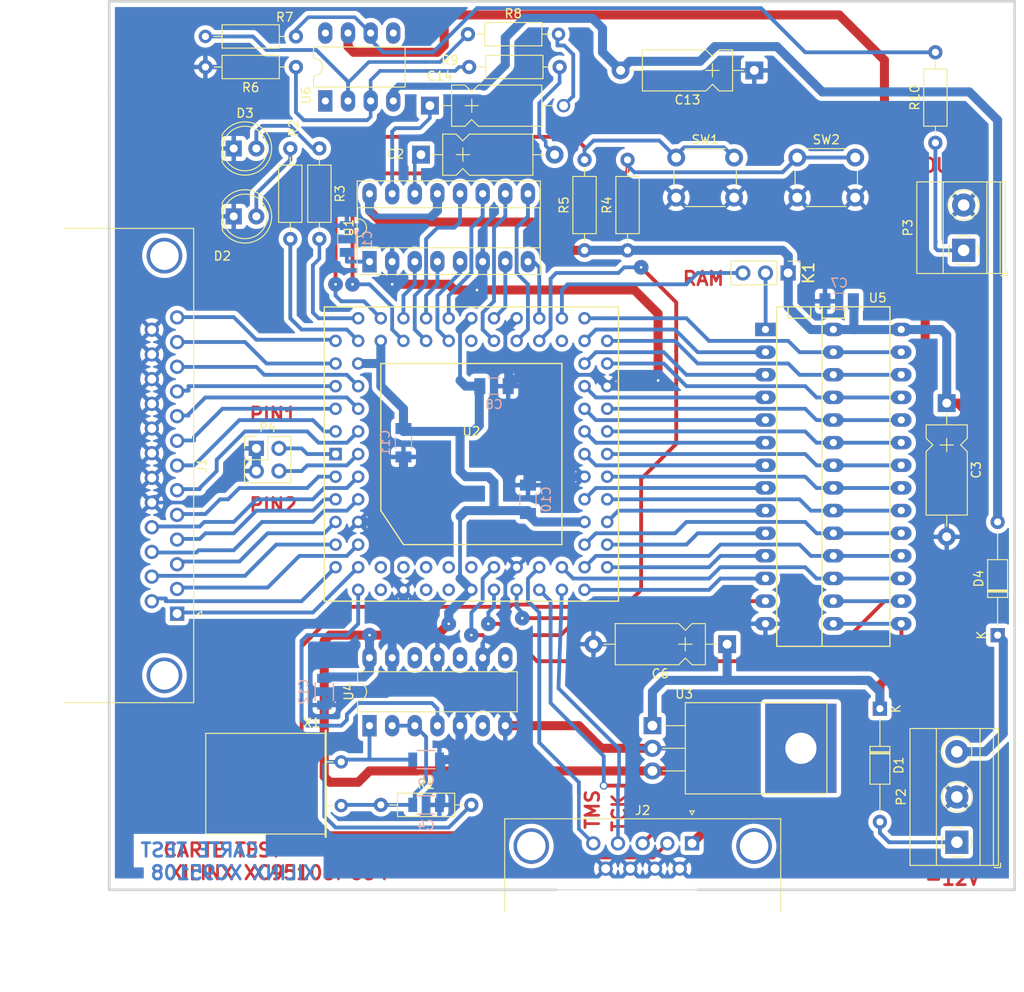
<source format=kicad_pcb>
(kicad_pcb (version 20201002) (generator pcbnew)
  (title_block (title "CARTE TEST XILINX XC95108") (rev "0"))
  (layers (0 "F.Cu" signal) (31 "B.Cu" signal) (34 "B.Paste" user) (35 "F.Paste" user) (36 "B.SilkS" user "B.Silkscreen") (37 "F.SilkS" user "F.Silkscreen") (38 "B.Mask" user) (39 "F.Mask" user) (44 "Edge.Cuts" user))
  (net 0 "")
  (net 1 "+12V")
  (net 2 "-12V")
  (net 3 "/CSMEM")
  (net 4 "/DAT0")
  (net 5 "/DAT1")
  (net 6 "/DAT2")
  (net 7 "/DAT3")
  (net 8 "/DAT4")
  (net 9 "/DAT5")
  (net 10 "/DAT6")
  (net 11 "/DAT7")
  (net 12 "/DCLK")
  (net 13 "/LED1")
  (net 14 "/LED2")
  (net 15 "/MA0")
  (net 16 "/MA1")
  (net 17 "/MA2")
  (net 18 "/MA3")
  (net 19 "/MA4")
  (net 20 "/MA5")
  (net 21 "/MA6")
  (net 22 "/MA7")
  (net 23 "/MD0")
  (net 24 "/MD1")
  (net 25 "/MD10")
  (net 26 "/MD11")
  (net 27 "/MD12")
  (net 28 "/MD13")
  (net 29 "/MD14")
  (net 30 "/MD2")
  (net 31 "/MD3")
  (net 32 "/MD4")
  (net 33 "/MD5")
  (net 34 "/MD6")
  (net 35 "/MD7")
  (net 36 "/MD8")
  (net 37 "/MD9")
  (net 38 "/OEMEM")
  (net 39 "/PARBUS0")
  (net 40 "/PARBUS1")
  (net 41 "/PARBUS2")
  (net 42 "/PARBUS3")
  (net 43 "/PARBUS4")
  (net 44 "/PARBUS5")
  (net 45 "/PARBUS6")
  (net 46 "/PARBUS7")
  (net 47 "/PAR_AUX0/STROBE*")
  (net 48 "/PAR_AUX1/ERROR*")
  (net 49 "/PAR_AUX2/AUTOLF*")
  (net 50 "/PAR_AUX3/SELECT*")
  (net 51 "/PAR_AUX4/PE")
  (net 52 "/PAR_AUX5/BUSY*")
  (net 53 "/PAR_AUX6/ACK")
  (net 54 "/PAR_AUX7/INIT")
  (net 55 "/PAR_AUX8/SELECT")
  (net 56 "/PIN_TEST0")
  (net 57 "/PIN_TEST1")
  (net 58 "/R/W-A14")
  (net 59 "/SW0")
  (net 60 "/SW1")
  (net 61 "/TCK")
  (net 62 "/TDI")
  (net 63 "/TDO")
  (net 64 "/TMS")
  (net 65 "/XIN/CLK")
  (net 66 "GND")
  (net 67 "Net-(C1-Pad1)")
  (net 68 "Net-(C14-Pad1)")
  (net 69 "Net-(C14-Pad2)")
  (net 70 "Net-(C2-Pad1)")
  (net 71 "Net-(C2-Pad2)")
  (net 72 "Net-(C4-Pad1)")
  (net 73 "Net-(C5-Pad1)")
  (net 74 "Net-(K1-Pad2)")
  (net 75 "Net-(P3-Pad1)")
  (net 76 "Net-(R10-Pad2)")
  (net 77 "Net-(R6-Pad1)")
  (net 78 "Net-(R7-Pad2)")
  (net 79 "VCC")
  (net 80 "/+12BATT")
  (net 81 "/-12BATT")
  (net 82 "Net-(D2-Pad2)")
  (net 83 "Net-(D3-Pad2)")
  (module "Diode_THT:D_DO-35_SOD27_P12.70mm_Horizontal" (layer "F.Cu") (at 181.102 115.57 -90)
    (fp_text reference "D1" (at 6.35 -2.12 -90) (layer "F.SilkS"))
    (fp_text value "1N4004")
    (fp_text user "K" (at 0 -1.8 -90) (layer "F.SilkS"))
    (pad "1" thru_hole rect (at 0 0 270) (size 1.6 1.6) (drill 0.8) (layers *.Cu *.Mask) (net 1 "+12V"))
    (pad "2" thru_hole oval (at 12.7 0 270) (size 1.6 1.6) (drill 0.8) (layers *.Cu *.Mask) (net 80 "/+12BATT"))
  )
  (module "Diode_THT:D_DO-35_SOD27_P12.70mm_Horizontal" (layer "F.Cu") (at 194.31 107.315 90)
    (fp_text reference "D4" (at 6.35 -2.12 90) (layer "F.SilkS"))
    (fp_text value "1N4004")
    (fp_text user "K" (at 0 -1.8 90) (layer "F.SilkS"))
    (pad "1" thru_hole rect (at 0 0 90) (size 1.6 1.6) (drill 0.8) (layers *.Cu *.Mask) (net 81 "/-12BATT"))
    (pad "2" thru_hole oval (at 12.7 0 90) (size 1.6 1.6) (drill 0.8) (layers *.Cu *.Mask) (net 2 "-12V"))
  )
  (module "Button_Switch_THT:SW_PUSH_6mm_h4.3mm" (layer "F.Cu") (at 158.242 53.721)
    (fp_text reference "SW1" (at 3.25 -2) (layer "F.SilkS"))
    (fp_text value "SW_PUSH")
    (pad "1" thru_hole circle (at 0 0 90) (size 2 2) (drill 1.1) (layers *.Cu *.Mask) (net 59 "/SW0"))
    (pad "1" thru_hole circle (at 6.5 0 90) (size 2 2) (drill 1.1) (layers *.Cu *.Mask) (net 59 "/SW0"))
    (pad "2" thru_hole circle (at 6.5 4.5 90) (size 2 2) (drill 1.1) (layers *.Cu *.Mask) (net 66 "GND"))
    (pad "2" thru_hole circle (at 0 4.5 90) (size 2 2) (drill 1.1) (layers *.Cu *.Mask) (net 66 "GND"))
  )
  (module "Sockets:PLCC84" (layer "F.Cu") (at 135.255 86.995)
    (fp_text reference "U2" (at 0 -2.54) (layer "F.SilkS"))
    (fp_text value "XC95108PC84")
    (pad "1" thru_hole rect (at -15.24 0) (size 1.397 1.397) (drill 0.8128) (layers *.Cu *.Mask) (net 56 "/PIN_TEST0"))
    (pad "2" thru_hole circle (at -12.7 0) (size 1.397 1.397) (drill 0.8128) (layers *.Cu *.Mask) (net 57 "/PIN_TEST1"))
    (pad "3" thru_hole circle (at -15.24 2.54) (size 1.397 1.397) (drill 0.8128) (layers *.Cu *.Mask) (net 42 "/PARBUS3"))
    (pad "4" thru_hole circle (at -12.7 2.54) (size 1.397 1.397) (drill 0.8128) (layers *.Cu *.Mask) (net 55 "/PAR_AUX8/SELECT"))
    (pad "5" thru_hole circle (at -15.24 5.08) (size 1.397 1.397) (drill 0.8128) (layers *.Cu *.Mask) (net 41 "/PARBUS2"))
    (pad "6" thru_hole circle (at -12.7 5.08) (size 1.397 1.397) (drill 0.8128) (layers *.Cu *.Mask) (net 54 "/PAR_AUX7/INIT"))
    (pad "7" thru_hole circle (at -15.24 7.62) (size 1.397 1.397) (drill 0.8128) (layers *.Cu *.Mask) (net 40 "/PARBUS1"))
    (pad "8" thru_hole circle (at -12.7 7.62) (size 1.397 1.397) (drill 0.8128) (layers *.Cu *.Mask) (net 66 "GND"))
    (pad "9" thru_hole circle (at -15.24 10.16) (size 1.397 1.397) (drill 0.8128) (layers *.Cu *.Mask) (net 48 "/PAR_AUX1/ERROR*"))
    (pad "10" thru_hole circle (at -12.7 10.16) (size 1.397 1.397) (drill 0.8128) (layers *.Cu *.Mask) (net 39 "/PARBUS0"))
    (pad "11" thru_hole circle (at -15.24 12.7) (size 1.397 1.397) (drill 0.8128) (layers *.Cu *.Mask) (net 49 "/PAR_AUX2/AUTOLF*"))
    (pad "12" thru_hole circle (at -12.7 15.24) (size 1.397 1.397) (drill 0.8128) (layers *.Cu *.Mask) (net 65 "/XIN/CLK"))
    (pad "13" thru_hole circle (at -12.7 12.7) (size 1.397 1.397) (drill 0.8128) (layers *.Cu *.Mask) (net 47 "/PAR_AUX0/STROBE*"))
    (pad "14" thru_hole circle (at -10.16 15.24) (size 1.397 1.397) (drill 0.8128) (layers *.Cu *.Mask))
    (pad "15" thru_hole circle (at -10.16 12.7) (size 1.397 1.397) (drill 0.8128) (layers *.Cu *.Mask))
    (pad "16" thru_hole circle (at -7.62 15.24) (size 1.397 1.397) (drill 0.8128) (layers *.Cu *.Mask) (net 66 "GND"))
    (pad "17" thru_hole circle (at -7.62 12.7) (size 1.397 1.397) (drill 0.8128) (layers *.Cu *.Mask))
    (pad "18" thru_hole circle (at -5.08 15.24) (size 1.397 1.397) (drill 0.8128) (layers *.Cu *.Mask))
    (pad "19" thru_hole circle (at -5.08 12.7) (size 1.397 1.397) (drill 0.8128) (layers *.Cu *.Mask))
    (pad "20" thru_hole circle (at -2.54 15.24) (size 1.397 1.397) (drill 0.8128) (layers *.Cu *.Mask))
    (pad "21" thru_hole circle (at -2.54 12.7) (size 1.397 1.397) (drill 0.8128) (layers *.Cu *.Mask))
    (pad "22" thru_hole circle (at 0 15.24) (size 1.397 1.397) (drill 0.8128) (layers *.Cu *.Mask) (net 79 "VCC"))
    (pad "23" thru_hole circle (at 0 12.7) (size 1.397 1.397) (drill 0.8128) (layers *.Cu *.Mask))
    (pad "24" thru_hole circle (at 2.54 15.24) (size 1.397 1.397) (drill 0.8128) (layers *.Cu *.Mask) (net 19 "/MA4"))
    (pad "25" thru_hole circle (at 2.54 12.7) (size 1.397 1.397) (drill 0.8128) (layers *.Cu *.Mask) (net 18 "/MA3"))
    (pad "26" thru_hole circle (at 5.08 15.24) (size 1.397 1.397) (drill 0.8128) (layers *.Cu *.Mask) (net 17 "/MA2"))
    (pad "27" thru_hole circle (at 5.08 12.7) (size 1.397 1.397) (drill 0.8128) (layers *.Cu *.Mask) (net 66 "GND"))
    (pad "28" thru_hole circle (at 7.62 15.24) (size 1.397 1.397) (drill 0.8128) (layers *.Cu *.Mask) (net 62 "/TDI"))
    (pad "29" thru_hole circle (at 7.62 12.7) (size 1.397 1.397) (drill 0.8128) (layers *.Cu *.Mask) (net 64 "/TMS"))
    (pad "30" thru_hole circle (at 10.16 15.24) (size 1.397 1.397) (drill 0.8128) (layers *.Cu *.Mask) (net 61 "/TCK"))
    (pad "31" thru_hole circle (at 10.16 12.7) (size 1.397 1.397) (drill 0.8128) (layers *.Cu *.Mask) (net 20 "/MA5"))
    (pad "32" thru_hole circle (at 12.7 15.24) (size 1.397 1.397) (drill 0.8128) (layers *.Cu *.Mask) (net 16 "/MA1"))
    (pad "33" thru_hole circle (at 15.24 12.7) (size 1.397 1.397) (drill 0.8128) (layers *.Cu *.Mask) (net 15 "/MA0"))
    (pad "34" thru_hole circle (at 12.7 12.7) (size 1.397 1.397) (drill 0.8128) (layers *.Cu *.Mask) (net 21 "/MA6"))
    (pad "35" thru_hole circle (at 15.24 10.16) (size 1.397 1.397) (drill 0.8128) (layers *.Cu *.Mask) (net 23 "/MD0"))
    (pad "36" thru_hole circle (at 12.7 10.16) (size 1.397 1.397) (drill 0.8128) (layers *.Cu *.Mask) (net 22 "/MA7"))
    (pad "37" thru_hole circle (at 15.24 7.62) (size 1.397 1.397) (drill 0.8128) (layers *.Cu *.Mask) (net 24 "/MD1"))
    (pad "38" thru_hole circle (at 12.7 7.62) (size 1.397 1.397) (drill 0.8128) (layers *.Cu *.Mask) (net 79 "VCC"))
    (pad "39" thru_hole circle (at 15.24 5.08) (size 1.397 1.397) (drill 0.8128) (layers *.Cu *.Mask) (net 3 "/CSMEM"))
    (pad "40" thru_hole circle (at 12.7 5.08) (size 1.397 1.397) (drill 0.8128) (layers *.Cu *.Mask) (net 30 "/MD2"))
    (pad "41" thru_hole circle (at 15.24 2.54) (size 1.397 1.397) (drill 0.8128) (layers *.Cu *.Mask) (net 25 "/MD10"))
    (pad "42" thru_hole circle (at 12.7 2.54) (size 1.397 1.397) (drill 0.8128) (layers *.Cu *.Mask) (net 66 "GND"))
    (pad "43" thru_hole circle (at 15.24 0) (size 1.397 1.397) (drill 0.8128) (layers *.Cu *.Mask) (net 38 "/OEMEM"))
    (pad "44" thru_hole circle (at 12.7 0) (size 1.397 1.397) (drill 0.8128) (layers *.Cu *.Mask) (net 31 "/MD3"))
    (pad "45" thru_hole circle (at 15.24 -2.54) (size 1.397 1.397) (drill 0.8128) (layers *.Cu *.Mask) (net 26 "/MD11"))
    (pad "46" thru_hole circle (at 12.7 -2.54) (size 1.397 1.397) (drill 0.8128) (layers *.Cu *.Mask) (net 32 "/MD4"))
    (pad "47" thru_hole circle (at 15.24 -5.08) (size 1.397 1.397) (drill 0.8128) (layers *.Cu *.Mask) (net 37 "/MD9"))
    (pad "48" thru_hole circle (at 12.7 -5.08) (size 1.397 1.397) (drill 0.8128) (layers *.Cu *.Mask) (net 33 "/MD5"))
    (pad "49" thru_hole circle (at 15.24 -7.62) (size 1.397 1.397) (drill 0.8128) (layers *.Cu *.Mask) (net 66 "GND"))
    (pad "50" thru_hole circle (at 12.7 -7.62) (size 1.397 1.397) (drill 0.8128) (layers *.Cu *.Mask) (net 34 "/MD6"))
    (pad "51" thru_hole circle (at 15.24 -10.16) (size 1.397 1.397) (drill 0.8128) (layers *.Cu *.Mask) (net 36 "/MD8"))
    (pad "52" thru_hole circle (at 12.7 -10.16) (size 1.397 1.397) (drill 0.8128) (layers *.Cu *.Mask) (net 35 "/MD7"))
    (pad "53" thru_hole circle (at 15.24 -12.7) (size 1.397 1.397) (drill 0.8128) (layers *.Cu *.Mask) (net 28 "/MD13"))
    (pad "54" thru_hole circle (at 12.7 -15.24) (size 1.397 1.397) (drill 0.8128) (layers *.Cu *.Mask) (net 58 "/R/W-A14"))
    (pad "55" thru_hole circle (at 12.7 -12.7) (size 1.397 1.397) (drill 0.8128) (layers *.Cu *.Mask) (net 27 "/MD12"))
    (pad "56" thru_hole circle (at 10.16 -15.24) (size 1.397 1.397) (drill 0.8128) (layers *.Cu *.Mask) (net 29 "/MD14"))
    (pad "57" thru_hole circle (at 10.16 -12.7) (size 1.397 1.397) (drill 0.8128) (layers *.Cu *.Mask))
    (pad "58" thru_hole circle (at 7.62 -15.24) (size 1.397 1.397) (drill 0.8128) (layers *.Cu *.Mask) (net 10 "/DAT6"))
    (pad "59" thru_hole circle (at 7.62 -12.7) (size 1.397 1.397) (drill 0.8128) (layers *.Cu *.Mask) (net 63 "/TDO"))
    (pad "60" thru_hole circle (at 5.08 -15.24) (size 1.397 1.397) (drill 0.8128) (layers *.Cu *.Mask) (net 66 "GND"))
    (pad "61" thru_hole circle (at 5.08 -12.7) (size 1.397 1.397) (drill 0.8128) (layers *.Cu *.Mask) (net 9 "/DAT5"))
    (pad "62" thru_hole circle (at 2.54 -15.24) (size 1.397 1.397) (drill 0.8128) (layers *.Cu *.Mask) (net 11 "/DAT7"))
    (pad "63" thru_hole circle (at 2.54 -12.7) (size 1.397 1.397) (drill 0.8128) (layers *.Cu *.Mask) (net 8 "/DAT4"))
    (pad "64" thru_hole circle (at 0 -15.24) (size 1.397 1.397) (drill 0.8128) (layers *.Cu *.Mask) (net 79 "VCC"))
    (pad "65" thru_hole circle (at 0 -12.7) (size 1.397 1.397) (drill 0.8128) (layers *.Cu *.Mask))
    (pad "66" thru_hole circle (at -2.54 -15.24) (size 1.397 1.397) (drill 0.8128) (layers *.Cu *.Mask) (net 5 "/DAT1"))
    (pad "67" thru_hole circle (at -2.54 -12.7) (size 1.397 1.397) (drill 0.8128) (layers *.Cu *.Mask) (net 12 "/DCLK"))
    (pad "68" thru_hole circle (at -5.08 -15.24) (size 1.397 1.397) (drill 0.8128) (layers *.Cu *.Mask) (net 7 "/DAT3"))
    (pad "69" thru_hole circle (at -5.08 -12.7) (size 1.397 1.397) (drill 0.8128) (layers *.Cu *.Mask) (net 4 "/DAT0"))
    (pad "70" thru_hole circle (at -7.62 -15.24) (size 1.397 1.397) (drill 0.8128) (layers *.Cu *.Mask) (net 6 "/DAT2"))
    (pad "71" thru_hole circle (at -7.62 -12.7) (size 1.397 1.397) (drill 0.8128) (layers *.Cu *.Mask) (net 60 "/SW1"))
    (pad "72" thru_hole circle (at -10.16 -15.24) (size 1.397 1.397) (drill 0.8128) (layers *.Cu *.Mask) (net 59 "/SW0"))
    (pad "73" thru_hole circle (at -10.16 -12.7) (size 1.397 1.397) (drill 0.8128) (layers *.Cu *.Mask) (net 79 "VCC"))
    (pad "74" thru_hole circle (at -12.7 -15.24) (size 1.397 1.397) (drill 0.8128) (layers *.Cu *.Mask) (net 14 "/LED2"))
    (pad "75" thru_hole circle (at -15.24 -12.7) (size 1.397 1.397) (drill 0.8128) (layers *.Cu *.Mask) (net 50 "/PAR_AUX3/SELECT*"))
    (pad "76" thru_hole circle (at -12.7 -12.7) (size 1.397 1.397) (drill 0.8128) (layers *.Cu *.Mask) (net 13 "/LED1"))
    (pad "77" thru_hole circle (at -15.24 -10.16) (size 1.397 1.397) (drill 0.8128) (layers *.Cu *.Mask) (net 51 "/PAR_AUX4/PE"))
    (pad "78" thru_hole circle (at -12.7 -10.16) (size 1.397 1.397) (drill 0.8128) (layers *.Cu *.Mask) (net 79 "VCC"))
    (pad "79" thru_hole circle (at -15.24 -7.62) (size 1.397 1.397) (drill 0.8128) (layers *.Cu *.Mask) (net 53 "/PAR_AUX6/ACK"))
    (pad "80" thru_hole circle (at -12.7 -7.62) (size 1.397 1.397) (drill 0.8128) (layers *.Cu *.Mask) (net 52 "/PAR_AUX5/BUSY*"))
    (pad "81" thru_hole circle (at -15.24 -5.08) (size 1.397 1.397) (drill 0.8128) (layers *.Cu *.Mask) (net 45 "/PARBUS6"))
    (pad "82" thru_hole circle (at -12.7 -5.08) (size 1.397 1.397) (drill 0.8128) (layers *.Cu *.Mask) (net 46 "/PARBUS7"))
    (pad "83" thru_hole circle (at -15.24 -2.54) (size 1.397 1.397) (drill 0.8128) (layers *.Cu *.Mask) (net 44 "/PARBUS5"))
    (pad "84" thru_hole circle (at -12.7 -2.54) (size 1.397 1.397) (drill 0.8128) (layers *.Cu *.Mask) (net 43 "/PARBUS4"))
  )
  (module "Package_DIP:DIP-14_W7.62mm_LongPads" (layer "F.Cu") (at 123.825 117.475 90)
    (fp_text reference "U4" (at 3.81 -2.33 90) (layer "F.SilkS"))
    (fp_text value "74HC04")
    (pad "1" thru_hole rect (at 0 0 90) (size 2.4 1.6) (drill 0.8) (layers *.Cu *.Mask) (net 73 "Net-(C5-Pad1)"))
    (pad "2" thru_hole oval (at 0 2.54 90) (size 2.4 1.6) (drill 0.8) (layers *.Cu *.Mask) (net 72 "Net-(C4-Pad1)"))
    (pad "3" thru_hole oval (at 0 5.08 90) (size 2.4 1.6) (drill 0.8) (layers *.Cu *.Mask) (net 72 "Net-(C4-Pad1)"))
    (pad "4" thru_hole oval (at 0 7.62 90) (size 2.4 1.6) (drill 0.8) (layers *.Cu *.Mask) (net 65 "/XIN/CLK"))
    (pad "5" thru_hole oval (at 0 10.16 90) (size 2.4 1.6) (drill 0.8) (layers *.Cu *.Mask) (net 66 "GND"))
    (pad "6" thru_hole oval (at 0 12.7 90) (size 2.4 1.6) (drill 0.8) (layers *.Cu *.Mask))
    (pad "7" thru_hole oval (at 0 15.24 90) (size 2.4 1.6) (drill 0.8) (layers *.Cu *.Mask) (net 66 "GND"))
    (pad "8" thru_hole oval (at 7.62 15.24 90) (size 2.4 1.6) (drill 0.8) (layers *.Cu *.Mask))
    (pad "9" thru_hole oval (at 7.62 12.7 90) (size 2.4 1.6) (drill 0.8) (layers *.Cu *.Mask) (net 66 "GND"))
    (pad "10" thru_hole oval (at 7.62 10.16 90) (size 2.4 1.6) (drill 0.8) (layers *.Cu *.Mask))
    (pad "11" thru_hole oval (at 7.62 7.62 90) (size 2.4 1.6) (drill 0.8) (layers *.Cu *.Mask) (net 66 "GND"))
    (pad "12" thru_hole oval (at 7.62 5.08 90) (size 2.4 1.6) (drill 0.8) (layers *.Cu *.Mask))
    (pad "13" thru_hole oval (at 7.62 2.54 90) (size 2.4 1.6) (drill 0.8) (layers *.Cu *.Mask) (net 66 "GND"))
    (pad "14" thru_hole oval (at 7.62 0 90) (size 2.4 1.6) (drill 0.8) (layers *.Cu *.Mask) (net 79 "VCC"))
  )
  (module "Connector_PinHeader_2.54mm:PinHeader_2x02_P2.54mm_Vertical" (layer "F.Cu") (at 111.125 86.36)
    (fp_text reference "P4" (at 1.27 -2.33) (layer "F.SilkS"))
    (fp_text value "CONN_2X2")
    (pad "1" thru_hole rect (at 0 0) (size 1.7 1.7) (drill 1) (layers *.Cu *.Mask) (net 66 "GND"))
    (pad "2" thru_hole oval (at 2.54 0) (size 1.7 1.7) (drill 1) (layers *.Cu *.Mask) (net 56 "/PIN_TEST0"))
    (pad "3" thru_hole oval (at 0 2.54) (size 1.7 1.7) (drill 1) (layers *.Cu *.Mask) (net 66 "GND"))
    (pad "4" thru_hole oval (at 2.54 2.54) (size 1.7 1.7) (drill 1) (layers *.Cu *.Mask) (net 57 "/PIN_TEST1"))
  )
  (module "Connector_PinHeader_2.54mm:PinHeader_1x03_P2.54mm_Vertical" (layer "F.Cu") (at 170.8 66.675 -90)
    (fp_text reference "K1" (at 0 -2.286 -90) (layer "F.SilkS") (effects (font (size 1.27 1.27) (thickness 0.2032))))
    (fp_text value "CONN_3" hide)
    (pad "1" thru_hole rect (at 0 0 270) (size 1.7 1.7) (drill 1) (layers *.Cu *.Mask) (net 79 "VCC"))
    (pad "2" thru_hole oval (at 0 2.54 270) (size 1.7 1.7) (drill 1) (layers *.Cu *.Mask) (net 74 "Net-(K1-Pad2)"))
    (pad "3" thru_hole oval (at 0 5.08 270) (size 1.7 1.7) (drill 1) (layers *.Cu *.Mask) (net 29 "/MD14"))
  )
  (module "Resistor_THT:R_Axial_DIN0207_L6.3mm_D2.5mm_P10.16mm_Horizontal" (layer "F.Cu") (at 114.935 52.705 -90)
    (fp_text reference "R2" (at -2.286 -0.381 -90) (layer "F.SilkS"))
    (fp_text value "330")
    (pad "1" thru_hole circle (at 0 0 270) (size 1.6 1.6) (drill 0.8) (layers *.Cu *.Mask) (net 82 "Net-(D2-Pad2)"))
    (pad "2" thru_hole oval (at 10.16 0 270) (size 1.6 1.6) (drill 0.8) (layers *.Cu *.Mask) (net 13 "/LED1"))
  )
  (module "Resistor_THT:R_Axial_DIN0207_L6.3mm_D2.5mm_P10.16mm_Horizontal" (layer "F.Cu") (at 134.874 39.878)
    (fp_text reference "R8" (at 5.08 -2.31) (layer "F.SilkS"))
    (fp_text value "2,2K")
    (pad "1" thru_hole circle (at 0 0) (size 1.6 1.6) (drill 0.8) (layers *.Cu *.Mask) (net 78 "Net-(R7-Pad2)"))
    (pad "2" thru_hole circle (at 10.16 0) (size 1.5 1.5) (drill 0.8) (layers *.Cu *.Mask) (net 69 "Net-(C14-Pad2)"))
  )
  (module "Resistor_THT:R_Axial_DIN0207_L6.3mm_D2.5mm_P10.16mm_Horizontal" (layer "F.Cu") (at 187.325 52.07 90)
    (fp_text reference "R10" (at 5.08 -2.31 90) (layer "F.SilkS"))
    (fp_text value "75")
    (pad "1" thru_hole circle (at 0 0 90) (size 1.6 1.6) (drill 0.8) (layers *.Cu *.Mask) (net 75 "Net-(P3-Pad1)"))
    (pad "2" thru_hole oval (at 10.16 0 90) (size 1.6 1.6) (drill 0.8) (layers *.Cu *.Mask) (net 76 "Net-(R10-Pad2)"))
  )
  (module "Resistor_THT:R_Axial_DIN0207_L6.3mm_D2.5mm_P10.16mm_Horizontal" (layer "F.Cu") (at 135.001 43.561)
    (fp_text reference "R9" (at -2.159 -0.762) (layer "F.SilkS"))
    (fp_text value "2,2K")
    (pad "1" thru_hole circle (at 0 0) (size 1.6 1.6) (drill 0.8) (layers *.Cu *.Mask) (net 77 "Net-(R6-Pad1)"))
    (pad "2" thru_hole oval (at 10.16 0) (size 1.6 1.6) (drill 0.8) (layers *.Cu *.Mask) (net 71 "Net-(C2-Pad2)"))
  )
  (module "Resistor_THT:R_Axial_DIN0207_L6.3mm_D2.5mm_P10.16mm_Horizontal" (layer "F.Cu") (at 125.095 126.365)
    (fp_text reference "R1" (at 5.08 -2.31) (layer "F.SilkS"))
    (fp_text value "100K")
    (pad "1" thru_hole circle (at 0 0) (size 1.6 1.6) (drill 0.8) (layers *.Cu *.Mask) (net 72 "Net-(C4-Pad1)"))
    (pad "2" thru_hole oval (at 10.16 0) (size 1.6 1.6) (drill 0.8) (layers *.Cu *.Mask) (net 73 "Net-(C5-Pad1)"))
  )
  (module "Resistor_THT:R_Axial_DIN0207_L6.3mm_D2.5mm_P10.16mm_Horizontal" (layer "F.Cu") (at 147.955 64.135 90)
    (fp_text reference "R5" (at 5.08 -2.31 90) (layer "F.SilkS"))
    (fp_text value "4,7K")
    (pad "1" thru_hole circle (at 0 0 90) (size 1.6 1.6) (drill 0.8) (layers *.Cu *.Mask) (net 79 "VCC"))
    (pad "2" thru_hole oval (at 10.16 0 90) (size 1.6 1.6) (drill 0.8) (layers *.Cu *.Mask) (net 59 "/SW0"))
  )
  (module "Resistor_THT:R_Axial_DIN0207_L6.3mm_D2.5mm_P10.16mm_Horizontal" (layer "F.Cu") (at 115.57 43.561 180)
    (fp_text reference "R6" (at 5.08 -2.31 180) (layer "F.SilkS"))
    (fp_text value "1,1k")
    (pad "1" thru_hole circle (at 0 0 180) (size 1.6 1.6) (drill 0.8) (layers *.Cu *.Mask) (net 77 "Net-(R6-Pad1)"))
    (pad "2" thru_hole oval (at 10.16 0 180) (size 1.6 1.6) (drill 0.8) (layers *.Cu *.Mask) (net 66 "GND"))
  )
  (module "Resistor_THT:R_Axial_DIN0207_L6.3mm_D2.5mm_P10.16mm_Horizontal" (layer "F.Cu") (at 118.2 52.7 -90)
    (fp_text reference "R3" (at 5.08 -2.31 -90) (layer "F.SilkS"))
    (fp_text value "330")
    (pad "1" thru_hole circle (at 0 0 270) (size 1.6 1.6) (drill 0.8) (layers *.Cu *.Mask) (net 83 "Net-(D3-Pad2)"))
    (pad "2" thru_hole oval (at 10.16 0 270) (size 1.6 1.6) (drill 0.8) (layers *.Cu *.Mask) (net 14 "/LED2"))
  )
  (module "Package_DIP:DIP-16_W7.62mm_Socket_LongPads" (layer "F.Cu") (at 123.825 65.405 90)
    (fp_text reference "U1" (at 3.81 -2.33 90) (layer "F.SilkS"))
    (fp_text value "TDA8702")
    (pad "1" thru_hole rect (at 0 0 90) (size 2.4 1.6) (drill 0.8) (layers *.Cu *.Mask) (net 67 "Net-(C1-Pad1)"))
    (pad "2" thru_hole oval (at 0 2.54 90) (size 2.4 1.6) (drill 0.8) (layers *.Cu *.Mask) (net 66 "GND"))
    (pad "3" thru_hole oval (at 0 5.08 90) (size 2.4 1.6) (drill 0.8) (layers *.Cu *.Mask) (net 6 "/DAT2"))
    (pad "4" thru_hole oval (at 0 7.62 90) (size 2.4 1.6) (drill 0.8) (layers *.Cu *.Mask) (net 7 "/DAT3"))
    (pad "5" thru_hole oval (at 0 10.16 90) (size 2.4 1.6) (drill 0.8) (layers *.Cu *.Mask) (net 12 "/DCLK"))
    (pad "6" thru_hole oval (at 0 12.7 90) (size 2.4 1.6) (drill 0.8) (layers *.Cu *.Mask) (net 66 "GND"))
    (pad "7" thru_hole oval (at 0 15.24 90) (size 2.4 1.6) (drill 0.8) (layers *.Cu *.Mask) (net 11 "/DAT7"))
    (pad "8" thru_hole oval (at 0 17.78 90) (size 2.4 1.6) (drill 0.8) (layers *.Cu *.Mask) (net 10 "/DAT6"))
    (pad "9" thru_hole oval (at 7.62 17.78 90) (size 2.4 1.6) (drill 0.8) (layers *.Cu *.Mask) (net 9 "/DAT5"))
    (pad "10" thru_hole oval (at 7.62 15.24 90) (size 2.4 1.6) (drill 0.8) (layers *.Cu *.Mask) (net 8 "/DAT4"))
    (pad "11" thru_hole oval (at 7.62 12.7 90) (size 2.4 1.6) (drill 0.8) (layers *.Cu *.Mask) (net 5 "/DAT1"))
    (pad "12" thru_hole oval (at 7.62 10.16 90) (size 2.4 1.6) (drill 0.8) (layers *.Cu *.Mask) (net 4 "/DAT0"))
    (pad "13" thru_hole oval (at 7.62 7.62 90) (size 2.4 1.6) (drill 0.8) (layers *.Cu *.Mask) (net 79 "VCC"))
    (pad "14" thru_hole oval (at 7.62 5.08 90) (size 2.4 1.6) (drill 0.8) (layers *.Cu *.Mask) (net 70 "Net-(C2-Pad1)"))
    (pad "15" thru_hole oval (at 7.62 2.54 90) (size 2.4 1.6) (drill 0.8) (layers *.Cu *.Mask) (net 68 "Net-(C14-Pad1)"))
    (pad "16" thru_hole oval (at 7.62 0 90) (size 2.4 1.6) (drill 0.8) (layers *.Cu *.Mask) (net 79 "VCC"))
  )
  (module "Crystal:Crystal_HC18-U_Horizontal" (layer "F.Cu") (at 120.65 121.539 -90)
    (fp_text reference "X1" (at -4.375 3.3125) (layer "F.SilkS"))
    (fp_text value "10MHz")
    (pad "1" thru_hole circle (at 0 0 270) (size 1.5 1.5) (drill 0.8) (layers *.Cu *.Mask) (net 73 "Net-(C5-Pad1)"))
    (pad "2" thru_hole circle (at 4.9 0 270) (size 1.5 1.5) (drill 0.8) (layers *.Cu *.Mask) (net 72 "Net-(C4-Pad1)"))
  )
  (module "Resistor_THT:R_Axial_DIN0207_L6.3mm_D2.5mm_P10.16mm_Horizontal" (layer "F.Cu") (at 152.781 64.135 90)
    (fp_text reference "R4" (at 5.08 -2.31 90) (layer "F.SilkS"))
    (fp_text value "4,7K")
    (pad "1" thru_hole circle (at 0 0 90) (size 1.6 1.6) (drill 0.8) (layers *.Cu *.Mask) (net 79 "VCC"))
    (pad "2" thru_hole oval (at 10.16 0 90) (size 1.6 1.6) (drill 0.8) (layers *.Cu *.Mask) (net 60 "/SW1"))
  )
  (module "Resistor_THT:R_Axial_DIN0207_L6.3mm_D2.5mm_P10.16mm_Horizontal" (layer "F.Cu") (at 115.57 40.132 180)
    (fp_text reference "R7" (at 1.27 2.159 180) (layer "F.SilkS"))
    (fp_text value "1,1K")
    (pad "1" thru_hole circle (at 0 0 180) (size 1.6 1.6) (drill 0.8) (layers *.Cu *.Mask) (net 76 "Net-(R10-Pad2)"))
    (pad "2" thru_hole circle (at 10.16 0 180) (size 1.5 1.5) (drill 0.8) (layers *.Cu *.Mask) (net 78 "Net-(R7-Pad2)"))
  )
  (module "LED_THT:LED_D5.0mm" (layer "F.Cu") (at 108.585 52.705)
    (fp_text reference "D3" (at 1.27 -3.96) (layer "F.SilkS"))
    (fp_text value "LED")
    (pad "1" thru_hole rect (at 0 0) (size 1.8 1.8) (drill 0.9) (layers *.Cu *.Mask) (net 66 "GND"))
    (pad "2" thru_hole circle (at 2.54 0) (size 1.8 1.8) (drill 0.9) (layers *.Cu *.Mask) (net 83 "Net-(D3-Pad2)"))
  )
  (module "LED_THT:LED_D5.0mm" (layer "F.Cu") (at 108.585 60.325)
    (fp_text reference "D2" (at -1.27 4.445) (layer "F.SilkS"))
    (fp_text value "LED")
    (pad "1" thru_hole rect (at 0 0) (size 1.8 1.8) (drill 0.9) (layers *.Cu *.Mask) (net 66 "GND"))
    (pad "2" thru_hole circle (at 2.54 0) (size 1.8 1.8) (drill 0.9) (layers *.Cu *.Mask) (net 82 "Net-(D2-Pad2)"))
  )
  (module "Package_DIP:DIP-8_W7.62mm_LongPads" (layer "F.Cu") (at 118.872 47.371 90)
    (fp_text reference "U6" (at 0.635 -2.159 90) (layer "F.SilkS"))
    (fp_text value "LM318N")
    (pad "1" thru_hole rect (at 0 0 90) (size 2.4 1.6) (drill 0.8) (layers *.Cu *.Mask))
    (pad "2" thru_hole oval (at 0 2.54 90) (size 2.4 1.6) (drill 0.8) (layers *.Cu *.Mask) (net 78 "Net-(R7-Pad2)"))
    (pad "3" thru_hole oval (at 0 5.08 90) (size 2.4 1.6) (drill 0.8) (layers *.Cu *.Mask) (net 77 "Net-(R6-Pad1)"))
    (pad "4" thru_hole oval (at 0 7.62 90) (size 2.4 1.6) (drill 0.8) (layers *.Cu *.Mask) (net 2 "-12V"))
    (pad "5" thru_hole oval (at 7.62 7.62 90) (size 2.4 1.6) (drill 0.8) (layers *.Cu *.Mask))
    (pad "6" thru_hole oval (at 7.62 5.08 90) (size 2.4 1.6) (drill 0.8) (layers *.Cu *.Mask) (net 76 "Net-(R10-Pad2)"))
    (pad "7" thru_hole oval (at 7.62 2.54 90) (size 2.4 1.6) (drill 0.8) (layers *.Cu *.Mask) (net 1 "+12V"))
    (pad "8" thru_hole oval (at 7.62 0 90) (size 2.4 1.6) (drill 0.8) (layers *.Cu *.Mask))
  )
  (module "Connector_Dsub:DSUB-25_Female_Horizontal_P2.77x2.84mm_EdgePinOffset9.90mm_Housed_MountingHolesOffset11.32mm" (layer "F.Cu") (at 102.235 104.902 -90)
    (fp_text reference "J1" (at -16.62 -2.8 -90) (layer "F.SilkS"))
    (fp_text value "DB25")
    (pad "0" thru_hole circle (at 6.93 1.42 270) (size 4 4) (drill 3.2) (layers *.Cu *.Mask))
    (pad "0" thru_hole circle (at -40.17 1.42 270) (size 4 4) (drill 3.2) (layers *.Cu *.Mask))
    (pad "1" thru_hole rect (at 0 0 270) (size 1.6 1.6) (drill 1) (layers *.Cu *.Mask) (net 47 "/PAR_AUX0/STROBE*"))
    (pad "2" thru_hole circle (at -2.77 0 270) (size 1.6 1.6) (drill 1) (layers *.Cu *.Mask) (net 39 "/PARBUS0"))
    (pad "3" thru_hole circle (at -5.54 0 270) (size 1.6 1.6) (drill 1) (layers *.Cu *.Mask) (net 40 "/PARBUS1"))
    (pad "4" thru_hole circle (at -8.31 0 270) (size 1.6 1.6) (drill 1) (layers *.Cu *.Mask) (net 41 "/PARBUS2"))
    (pad "5" thru_hole circle (at -11.08 0 270) (size 1.6 1.6) (drill 1) (layers *.Cu *.Mask) (net 42 "/PARBUS3"))
    (pad "6" thru_hole circle (at -13.85 0 270) (size 1.6 1.6) (drill 1) (layers *.Cu *.Mask) (net 43 "/PARBUS4"))
    (pad "7" thru_hole circle (at -16.62 0 270) (size 1.6 1.6) (drill 1) (layers *.Cu *.Mask) (net 44 "/PARBUS5"))
    (pad "8" thru_hole circle (at -19.39 0 270) (size 1.6 1.6) (drill 1) (layers *.Cu *.Mask) (net 45 "/PARBUS6"))
    (pad "9" thru_hole circle (at -22.16 0 270) (size 1.6 1.6) (drill 1) (layers *.Cu *.Mask) (net 46 "/PARBUS7"))
    (pad "10" thru_hole circle (at -24.93 0 270) (size 1.6 1.6) (drill 1) (layers *.Cu *.Mask) (net 53 "/PAR_AUX6/ACK"))
    (pad "11" thru_hole circle (at -27.7 0 270) (size 1.6 1.6) (drill 1) (layers *.Cu *.Mask) (net 52 "/PAR_AUX5/BUSY*"))
    (pad "12" thru_hole circle (at -30.47 0 270) (size 1.6 1.6) (drill 1) (layers *.Cu *.Mask) (net 51 "/PAR_AUX4/PE"))
    (pad "13" thru_hole circle (at -33.24 0 270) (size 1.6 1.6) (drill 1) (layers *.Cu *.Mask) (net 50 "/PAR_AUX3/SELECT*"))
    (pad "14" thru_hole circle (at -1.385 2.84 270) (size 1.6 1.6) (drill 1) (layers *.Cu *.Mask) (net 49 "/PAR_AUX2/AUTOLF*"))
    (pad "15" thru_hole circle (at -4.155 2.84 270) (size 1.6 1.6) (drill 1) (layers *.Cu *.Mask) (net 48 "/PAR_AUX1/ERROR*"))
    (pad "16" thru_hole circle (at -6.925 2.84 270) (size 1.6 1.6) (drill 1) (layers *.Cu *.Mask) (net 54 "/PAR_AUX7/INIT"))
    (pad "17" thru_hole circle (at -9.695 2.84 270) (size 1.6 1.6) (drill 1) (layers *.Cu *.Mask) (net 55 "/PAR_AUX8/SELECT"))
    (pad "18" thru_hole circle (at -12.465 2.84 270) (size 1.6 1.6) (drill 1) (layers *.Cu *.Mask) (net 66 "GND"))
    (pad "19" thru_hole circle (at -15.235 2.84 270) (size 1.6 1.6) (drill 1) (layers *.Cu *.Mask) (net 66 "GND"))
    (pad "20" thru_hole circle (at -18.005 2.84 270) (size 1.6 1.6) (drill 1) (layers *.Cu *.Mask) (net 66 "GND"))
    (pad "21" thru_hole circle (at -20.775 2.84 270) (size 1.6 1.6) (drill 1) (layers *.Cu *.Mask) (net 66 "GND"))
    (pad "22" thru_hole circle (at -23.545 2.84 270) (size 1.6 1.6) (drill 1) (layers *.Cu *.Mask) (net 66 "GND"))
    (pad "23" thru_hole circle (at -26.315 2.84 270) (size 1.6 1.6) (drill 1) (layers *.Cu *.Mask) (net 66 "GND"))
    (pad "24" thru_hole circle (at -29.085 2.84 270) (size 1.6 1.6) (drill 1) (layers *.Cu *.Mask) (net 66 "GND"))
    (pad "25" thru_hole circle (at -31.855 2.84 270) (size 1.6 1.6) (drill 1) (layers *.Cu *.Mask) (net 66 "GND"))
  )
  (module "Package_TO_SOT_THT:TO-220-3_Horizontal_TabDown" (layer "F.Cu") (at 155.575 117.475 -90)
    (fp_text reference "U3" (at -3.556 -3.556) (layer "F.SilkS"))
    (fp_text value "LM7805")
    (pad "" thru_hole rect (at 2.54 -16.66 270) (size 10 8) (drill 3.5) (layers *.Cu *.Mask))
    (pad "1" thru_hole rect (at 0 0 270) (size 1.905 2) (drill 1.1) (layers *.Cu *.Mask) (net 1 "+12V"))
    (pad "2" thru_hole oval (at 2.54 0 270) (size 1.905 2) (drill 1.1) (layers *.Cu *.Mask) (net 66 "GND"))
    (pad "3" thru_hole oval (at 5.08 0 270) (size 1.905 2) (drill 1.1) (layers *.Cu *.Mask) (net 79 "VCC"))
  )
  (module "Connector_Dsub:DSUB-9_Female_Horizontal_P2.77x2.84mm_EdgePinOffset4.94mm_Housed_MountingHolesOffset7.48mm" (layer "F.Cu") (at 160.02 130.683)
    (fp_text reference "J2" (at -5.54 -3.7) (layer "F.SilkS"))
    (fp_text value "DB9FEM")
    (pad "0" thru_hole circle (at -18.04 0.3) (size 4 4) (drill 3.2) (layers *.Cu *.Mask))
    (pad "0" thru_hole circle (at 6.96 0.3) (size 4 4) (drill 3.2) (layers *.Cu *.Mask))
    (pad "1" thru_hole rect (at 0 0) (size 1.6 1.6) (drill 1) (layers *.Cu *.Mask) (net 79 "VCC"))
    (pad "2" thru_hole circle (at -2.77 0) (size 1.6 1.6) (drill 1) (layers *.Cu *.Mask) (net 63 "/TDO"))
    (pad "3" thru_hole circle (at -5.54 0) (size 1.6 1.6) (drill 1) (layers *.Cu *.Mask) (net 62 "/TDI"))
    (pad "4" thru_hole circle (at -8.31 0) (size 1.6 1.6) (drill 1) (layers *.Cu *.Mask) (net 61 "/TCK"))
    (pad "5" thru_hole circle (at -11.08 0) (size 1.6 1.6) (drill 1) (layers *.Cu *.Mask) (net 64 "/TMS"))
    (pad "6" thru_hole circle (at -1.385 2.84) (size 1.6 1.6) (drill 1) (layers *.Cu *.Mask) (net 66 "GND"))
    (pad "7" thru_hole circle (at -4.155 2.84) (size 1.6 1.6) (drill 1) (layers *.Cu *.Mask) (net 66 "GND"))
    (pad "8" thru_hole circle (at -6.925 2.84) (size 1.6 1.6) (drill 1) (layers *.Cu *.Mask) (net 66 "GND"))
    (pad "9" thru_hole circle (at -9.695 2.84) (size 1.6 1.6) (drill 1) (layers *.Cu *.Mask) (net 66 "GND"))
  )
  (module "TerminalBlock_Phoenix:TerminalBlock_Phoenix_MKDS-1,5-3-5.08_1x03_P5.08mm_Horizontal" (layer "F.Cu") (at 189.738 130.556 90)
    (fp_text reference "P2" (at 5.08 -6.26 90) (layer "F.SilkS"))
    (fp_text value "CONN_3")
    (pad "1" thru_hole rect (at 0 0 90) (size 2.6 2.6) (drill 1.3) (layers *.Cu *.Mask) (net 80 "/+12BATT"))
    (pad "2" thru_hole circle (at 5.08 0 90) (size 2.6 2.6) (drill 1.3) (layers *.Cu *.Mask) (net 66 "GND"))
    (pad "3" thru_hole circle (at 10.16 0 90) (size 2.6 2.6) (drill 1.3) (layers *.Cu *.Mask) (net 81 "/-12BATT"))
  )
  (module "TerminalBlock_Phoenix:TerminalBlock_Phoenix_MKDS-1,5-2-5.08_1x02_P5.08mm_Horizontal" (layer "F.Cu") (at 190.5 64.135 90)
    (fp_text reference "P3" (at 2.54 -6.26 90) (layer "F.SilkS"))
    (fp_text value "CONN_2")
    (pad "1" thru_hole rect (at 0 0 90) (size 2.6 2.6) (drill 1.3) (layers *.Cu *.Mask) (net 75 "Net-(P3-Pad1)"))
    (pad "2" thru_hole circle (at 5.08 0 90) (size 2.6 2.6) (drill 1.3) (layers *.Cu *.Mask) (net 66 "GND"))
  )
  (module "Capacitor_THT:CP_Axial_L10.0mm_D4.5mm_P15.00mm_Horizontal" (layer "F.Cu") (at 167.005 43.942 180)
    (fp_text reference "C13" (at 7.5 -3.31 180) (layer "F.SilkS"))
    (fp_text value "10uF")
    (pad "1" thru_hole rect (at 0 0 180) (size 2 2) (drill 1) (layers *.Cu *.Mask) (net 66 "GND"))
    (pad "2" thru_hole oval (at 15 0 180) (size 2 2) (drill 1) (layers *.Cu *.Mask) (net 2 "-12V"))
  )
  (module "Capacitor_THT:CP_Axial_L10.0mm_D4.5mm_P15.00mm_Horizontal" (layer "F.Cu") (at 163.957 108.331 180)
    (fp_text reference "C6" (at 7.5 -3.31 180) (layer "F.SilkS"))
    (fp_text value "47uF")
    (pad "1" thru_hole rect (at 0 0 180) (size 2 2) (drill 1) (layers *.Cu *.Mask) (net 1 "+12V"))
    (pad "2" thru_hole oval (at 15 0 180) (size 2 2) (drill 1) (layers *.Cu *.Mask) (net 66 "GND"))
  )
  (module "Capacitor_THT:CP_Axial_L10.0mm_D4.5mm_P15.00mm_Horizontal" (layer "F.Cu") (at 188.595 81.28 -90)
    (fp_text reference "C3" (at 7.5 -3.31 -90) (layer "F.SilkS"))
    (fp_text value "10uF")
    (pad "1" thru_hole rect (at 0 0 270) (size 2 2) (drill 1) (layers *.Cu *.Mask) (net 79 "VCC"))
    (pad "2" thru_hole oval (at 15 0 270) (size 2 2) (drill 1) (layers *.Cu *.Mask) (net 66 "GND"))
  )
  (module "Capacitor_THT:CP_Axial_L10.0mm_D4.5mm_P15.00mm_Horizontal" (layer "F.Cu") (at 129.6 53.4)
    (fp_text reference "C2" (at -2.854 -0.06) (layer "F.SilkS"))
    (fp_text value "10uF")
    (pad "1" thru_hole rect (at 0 0) (size 2 2) (drill 1) (layers *.Cu *.Mask) (net 70 "Net-(C2-Pad1)"))
    (pad "2" thru_hole oval (at 15 0) (size 2 2) (drill 1) (layers *.Cu *.Mask) (net 71 "Net-(C2-Pad2)"))
  )
  (module "Button_Switch_THT:SW_PUSH_6mm_h4.3mm" (layer "F.Cu") (at 171.831 53.721)
    (fp_text reference "SW2" (at 3.25 -2) (layer "F.SilkS"))
    (fp_text value "SW_PUSH")
    (pad "1" thru_hole circle (at 6.5 0 90) (size 2 2) (drill 1.1) (layers *.Cu *.Mask) (net 60 "/SW1"))
    (pad "1" thru_hole circle (at 0 0 90) (size 2 2) (drill 1.1) (layers *.Cu *.Mask) (net 60 "/SW1"))
    (pad "2" thru_hole circle (at 6.5 4.5 90) (size 2 2) (drill 1.1) (layers *.Cu *.Mask) (net 66 "GND"))
    (pad "2" thru_hole circle (at 0 4.5 90) (size 2 2) (drill 1.1) (layers *.Cu *.Mask) (net 66 "GND"))
  )
  (module "Sockets_DIP:DIP-28__300__600_ELL" (layer "F.Cu") (at 168.275 73.025)
    (fp_text reference "U5" (at 12.573 -3.556) (layer "F.SilkS"))
    (fp_text value "RAM_32KO")
    (pad "1" thru_hole rect (at -0.02 -0.01 270) (size 1.5 2.3) (drill 0.8) (layers *.Cu *.Mask) (net 74 "Net-(K1-Pad2)"))
    (pad "2" thru_hole oval (at -0.02 2.53 270) (size 1.5 2.3) (drill 0.8) (layers *.Cu *.Mask) (net 27 "/MD12"))
    (pad "3" thru_hole oval (at -0.02 5.07 270) (size 1.5 2.3) (drill 0.8) (layers *.Cu *.Mask) (net 35 "/MD7"))
    (pad "4" thru_hole oval (at -0.02 7.61 270) (size 1.5 2.3) (drill 0.8) (layers *.Cu *.Mask) (net 34 "/MD6"))
    (pad "5" thru_hole oval (at -0.02 10.15 270) (size 1.5 2.3) (drill 0.8) (layers *.Cu *.Mask) (net 33 "/MD5"))
    (pad "6" thru_hole oval (at -0.02 12.69 270) (size 1.5 2.3) (drill 0.8) (layers *.Cu *.Mask) (net 32 "/MD4"))
    (pad "7" thru_hole oval (at -0.02 15.23 270) (size 1.5 2.3) (drill 0.8) (layers *.Cu *.Mask) (net 31 "/MD3"))
    (pad "8" thru_hole oval (at -0.02 17.77 270) (size 1.5 2.3) (drill 0.8) (layers *.Cu *.Mask) (net 30 "/MD2"))
    (pad "9" thru_hole oval (at -0.02 20.31 270) (size 1.5 2.3) (drill 0.8) (layers *.Cu *.Mask) (net 24 "/MD1"))
    (pad "10" thru_hole oval (at -0.02 22.85 270) (size 1.5 2.3) (drill 0.8) (layers *.Cu *.Mask) (net 23 "/MD0"))
    (pad "11" thru_hole oval (at -0.02 25.39 270) (size 1.5 2.3) (drill 0.8) (layers *.Cu *.Mask) (net 15 "/MA0"))
    (pad "12" thru_hole oval (at -0.02 27.93 270) (size 1.5 2.3) (drill 0.8) (layers *.Cu *.Mask) (net 16 "/MA1"))
    (pad "13" thru_hole oval (at -0.02 30.47 270) (size 1.5 2.3) (drill 0.8) (layers *.Cu *.Mask) (net 17 "/MA2"))
    (pad "14" thru_hole oval (at -0.02 33.01 270) (size 1.5 2.3) (drill 0.8) (layers *.Cu *.Mask) (net 66 "GND"))
    (pad "15" thru_hole oval (at 15.22 33.01 270) (size 1.5 2.3) (drill 0.8) (layers *.Cu *.Mask) (net 18 "/MA3"))
    (pad "15" thru_hole oval (at 7.6 33.01 270) (size 1.5 2.3) (drill 0.8) (layers *.Cu *.Mask) (net 18 "/MA3"))
    (pad "16" thru_hole oval (at 15.22 30.47 270) (size 1.5 2.3) (drill 0.8) (layers *.Cu *.Mask) (net 19 "/MA4"))
    (pad "16" thru_hole oval (at 7.6 30.47 270) (size 1.5 2.3) (drill 0.8) (layers *.Cu *.Mask) (net 19 "/MA4"))
    (pad "17" thru_hole oval (at 15.22 27.93 270) (size 1.5 2.3) (drill 0.8) (layers *.Cu *.Mask) (net 20 "/MA5"))
    (pad "17" thru_hole oval (at 7.6 27.93 270) (size 1.5 2.3) (drill 0.8) (layers *.Cu *.Mask) (net 20 "/MA5"))
    (pad "18" thru_hole oval (at 15.22 25.39 270) (size 1.5 2.3) (drill 0.8) (layers *.Cu *.Mask) (net 21 "/MA6"))
    (pad "18" thru_hole oval (at 7.6 25.39 270) (size 1.5 2.3) (drill 0.8) (layers *.Cu *.Mask) (net 21 "/MA6"))
    (pad "19" thru_hole oval (at 7.6 22.85 270) (size 1.5 2.3) (drill 0.8) (layers *.Cu *.Mask) (net 22 "/MA7"))
    (pad "19" thru_hole oval (at 15.22 22.85 270) (size 1.5 2.3) (drill 0.8) (layers *.Cu *.Mask) (net 22 "/MA7"))
    (pad "20" thru_hole oval (at 7.6 20.31 270) (size 1.5 2.3) (drill 0.8) (layers *.Cu *.Mask) (net 3 "/CSMEM"))
    (pad "20" thru_hole oval (at 15.22 20.31 270) (size 1.5 2.3) (drill 0.8) (layers *.Cu *.Mask) (net 3 "/CSMEM"))
    (pad "21" thru_hole oval (at 15.22 17.77 270) (size 1.5 2.3) (drill 0.8) (layers *.Cu *.Mask) (net 25 "/MD10"))
    (pad "21" thru_hole oval (at 7.6 17.77 270) (size 1.5 2.3) (drill 0.8) (layers *.Cu *.Mask) (net 25 "/MD10"))
    (pad "22" thru_hole oval (at 15.22 15.23 270) (size 1.5 2.3) (drill 0.8) (layers *.Cu *.Mask) (net 38 "/OEMEM"))
    (pad "22" thru_hole oval (at 7.6 15.23 270) (size 1.5 2.3) (drill 0.8) (layers *.Cu *.Mask) (net 38 "/OEMEM"))
    (pad "23" thru_hole oval (at 7.6 12.69 270) (size 1.5 2.3) (drill 0.8) (layers *.Cu *.Mask) (net 26 "/MD11"))
    (pad "23" thru_hole oval (at 15.22 12.69 270) (size 1.5 2.3) (drill 0.8) (layers *.Cu *.Mask) (net 26 "/MD11"))
    (pad "24" thru_hole oval (at 15.22 10.15 270) (size 1.5 2.3) (drill 0.8) (layers *.Cu *.Mask) (net 37 "/MD9"))
    (pad "24" thru_hole oval (at 7.6 10.15 270) (size 1.5 2.3) (drill 0.8) (layers *.Cu *.Mask) (net 37 "/MD9"))
    (pad "25" thru_hole oval (at 7.6 7.61 270) (size 1.5 2.3) (drill 0.8) (layers *.Cu *.Mask) (net 36 "/MD8"))
    (pad "25" thru_hole oval (at 15.22 7.61 270) (size 1.5 2.3) (drill 0.8) (layers *.Cu *.Mask) (net 36 "/MD8"))
    (pad "26" thru_hole oval (at 7.6 5.07 270) (size 1.5 2.3) (drill 0.8) (layers *.Cu *.Mask) (net 28 "/MD13"))
    (pad "26" thru_hole oval (at 15.22 5.07 270) (size 1.5 2.3) (drill 0.8) (layers *.Cu *.Mask) (net 28 "/MD13"))
    (pad "27" thru_hole oval (at 15.22 2.53 270) (size 1.5 2.3) (drill 0.8) (layers *.Cu *.Mask) (net 58 "/R/W-A14"))
    (pad "27" thru_hole oval (at 7.6 2.53 270) (size 1.5 2.3) (drill 0.8) (layers *.Cu *.Mask) (net 58 "/R/W-A14"))
    (pad "28" thru_hole oval (at 15.22 -0.01 270) (size 1.5 2.3) (drill 0.8) (layers *.Cu *.Mask) (net 79 "VCC"))
    (pad "28" thru_hole oval (at 7.6 -0.01 270) (size 1.5 2.3) (drill 0.8) (layers *.Cu *.Mask) (net 79 "VCC"))
  )
  (module "Capacitor_THT:CP_Axial_L10.0mm_D4.5mm_P15.00mm_Horizontal" (layer "F.Cu") (at 130.6 47.9)
    (fp_text reference "C14" (at 1.099 -3.323) (layer "F.SilkS"))
    (fp_text value "10uF")
    (pad "1" thru_hole rect (at 0 0) (size 2 2) (drill 1) (layers *.Cu *.Mask) (net 68 "Net-(C14-Pad1)"))
    (pad "2" thru_hole circle (at 15 0) (size 1.5 1.5) (drill 1) (layers *.Cu *.Mask) (net 69 "Net-(C14-Pad2)"))
  )
  (module "Capacitors_SMD:C_1206" (layer "B.Cu") (at 121.285 62.865 90)
    (fp_text reference "C1" (at 0 2.3 90) (layer "B.SilkS") (effects (justify mirror)))
    (fp_text value "100nF")
    (pad "1" smd rect (at -1.5 0 90) (size 1 1.6) (layers "B.Cu" "B.Paste" "B.Mask") (net 67 "Net-(C1-Pad1)"))
    (pad "2" smd rect (at 1.5 0 90) (size 1 1.6) (layers "B.Cu" "B.Paste" "B.Mask") (net 66 "GND"))
  )
  (module "Capacitors_SMD:C_1206" (layer "B.Cu") (at 130.175 126.365)
    (fp_text reference "C4" (at 0 2.3) (layer "B.SilkS") (effects (justify mirror)))
    (fp_text value "22pF")
    (pad "1" smd rect (at -1.5 0) (size 1 1.6) (layers "B.Cu" "B.Paste" "B.Mask") (net 72 "Net-(C4-Pad1)"))
    (pad "2" smd rect (at 1.5 0) (size 1 1.6) (layers "B.Cu" "B.Paste" "B.Mask") (net 66 "GND"))
  )
  (module "Capacitors_SMD:C_1206" (layer "B.Cu") (at 130.175 121.285)
    (fp_text reference "C5" (at 0 2.3) (layer "B.SilkS") (effects (justify mirror)))
    (fp_text value "22pF")
    (pad "1" smd rect (at -1.5 0) (size 1 1.6) (layers "B.Cu" "B.Paste" "B.Mask") (net 73 "Net-(C5-Pad1)"))
    (pad "2" smd rect (at 1.5 0) (size 1 1.6) (layers "B.Cu" "B.Paste" "B.Mask") (net 66 "GND"))
  )
  (module "Capacitors_SMD:C_1206" (layer "B.Cu") (at 118.745 113.665 -90)
    (fp_text reference "C12" (at 0 2.3 -90) (layer "B.SilkS") (effects (justify mirror)))
    (fp_text value "100nF")
    (pad "1" smd rect (at -1.5 0 270) (size 1 1.6) (layers "B.Cu" "B.Paste" "B.Mask") (net 79 "VCC"))
    (pad "2" smd rect (at 1.5 0 270) (size 1 1.6) (layers "B.Cu" "B.Paste" "B.Mask") (net 66 "GND"))
  )
  (module "Capacitor_SMD:C_1206_3216Metric_Pad1.24x1.80mm_HandSolder" (layer "B.Cu") (at 127.635 85.725 -90)
    (fp_text reference "C11" (at 0 2.05 -90) (layer "B.SilkS") (effects (justify mirror)))
    (fp_text value "100nF")
    (pad "1" smd rect (at -1.5925 0 270) (size 1.245 1.8) (layers "B.Cu" "B.Paste" "B.Mask") (net 79 "VCC"))
    (pad "2" smd rect (at 1.5925 0 270) (size 1.245 1.8) (layers "B.Cu" "B.Paste" "B.Mask") (net 66 "GND"))
  )
  (module "Capacitor_SMD:C_1206_3216Metric_Pad1.24x1.80mm_HandSolder" (layer "B.Cu") (at 141.605 92.075 90)
    (fp_text reference "C10" (at 0 2.05 90) (layer "B.SilkS") (effects (justify mirror)))
    (fp_text value "100nF")
    (pad "1" smd rect (at -1.5925 0 90) (size 1.245 1.8) (layers "B.Cu" "B.Paste" "B.Mask") (net 79 "VCC"))
    (pad "2" smd rect (at 1.5925 0 90) (size 1.245 1.8) (layers "B.Cu" "B.Paste" "B.Mask") (net 66 "GND"))
  )
  (module "Capacitor_SMD:C_1206_3216Metric_Pad1.24x1.80mm_HandSolder" (layer "B.Cu") (at 137.795 79.375)
    (fp_text reference "C8" (at 0 2.05) (layer "B.SilkS") (effects (justify mirror)))
    (fp_text value "100nF")
    (pad "1" smd rect (at -1.5925 0) (size 1.245 1.8) (layers "B.Cu" "B.Paste" "B.Mask") (net 79 "VCC"))
    (pad "2" smd rect (at 1.5925 0) (size 1.245 1.8) (layers "B.Cu" "B.Paste" "B.Mask") (net 66 "GND"))
  )
  (module "Capacitor_SMD:C_1206_3216Metric_Pad1.24x1.80mm_HandSolder" (layer "B.Cu") (at 176.53 69.85 180)
    (fp_text reference "C7" (at 0 2.05 180) (layer "B.SilkS") (effects (justify mirror)))
    (fp_text value "100nF")
    (pad "1" smd rect (at -1.5925 0 180) (size 1.245 1.8) (layers "B.Cu" "B.Paste" "B.Mask") (net 79 "VCC"))
    (pad "2" smd rect (at 1.5925 0 180) (size 1.245 1.8) (layers "B.Cu" "B.Paste" "B.Mask") (net 66 "GND"))
  )
  (gr_line (start 196.215 37.465) (end 196.215 36.195) (angle 90) (layer "Edge.Cuts") (width 0.3048))
  (gr_line (start 94.615 46.355) (end 94.615 53.975) (angle 90) (layer "Edge.Cuts") (width 0.3048))
  (gr_line (start 196.215 36.195) (end 94.615 36.195) (angle 90) (layer "Edge.Cuts") (width 0.3048))
  (gr_line (start 196.215 135.89) (end 194.945 135.89) (angle 90) (layer "Edge.Cuts") (width 0.3048))
  (gr_line (start 160.655 135.89) (end 192.405 135.89) (angle 90) (layer "Edge.Cuts") (width 0.3048))
  (gr_line (start 94.615 53.975) (end 94.615 132.715) (angle 90) (layer "Edge.Cuts") (width 0.3048))
  (gr_line (start 94.615 132.715) (end 94.615 133.985) (angle 90) (layer "Edge.Cuts") (width 0.3048))
  (gr_line (start 94.615 36.195) (end 94.615 46.355) (angle 90) (layer "Edge.Cuts") (width 0.3048))
  (gr_line (start 192.405 135.89) (end 194.945 135.89) (angle 90) (layer "Edge.Cuts") (width 0.3048))
  (gr_line (start 196.215 37.465) (end 196.215 135.89) (angle 90) (layer "Edge.Cuts") (width 0.3048))
  (gr_line (start 94.615 133.985) (end 94.615 135.89) (angle 90) (layer "Edge.Cuts") (width 0.3048))
  (gr_line (start 94.615 135.89) (end 144.78 135.89) (angle 90) (layer "Edge.Cuts") (width 0.3048))
  (gr_line (start 144.78 135.89) (end 160.655 135.89) (angle 90) (layer "Edge.Cuts") (width 0.1))
  (gr_text "TCK" (at 151.83866 127.254 90) (layer "F.Cu") (effects (font (size 1.524 1.524) (thickness 0.3048))))
  (gr_text "XILINX XC95108PC84" (at 113.665 133.985) (layer "F.Cu") (effects (font (size 1.524 1.524) (thickness 0.3048))))
  (gr_text "ROM" (at 176.53 67.31) (layer "F.Cu") (effects (font (size 1.524 1.524) (thickness 0.3048))))
  (gr_text "GND" (at 187.325 68.58) (layer "F.Cu") (effects (font (size 1.524 1.524) (thickness 0.3048))))
  (gr_text "GND" (at 183.388 124.841 90) (layer "F.Cu") (effects (font (size 1.524 1.524) (thickness 0.3048))))
  (gr_text "VOUT" (at 187.325 54.61) (layer "F.Cu") (effects (font (size 1.524 1.524) (thickness 0.3048))))
  (gr_text "VCC" (at 160.02 126.873 90) (layer "F.Cu") (effects (font (size 1.524 1.524) (thickness 0.3048))))
  (gr_text "PIN1" (at 113.03 82.55) (layer "F.Cu") (effects (font (size 1.524 1.524) (thickness 0.3048))))
  (gr_text "TDO" (at 157.55366 126.873 90) (layer "F.Cu") (effects (font (size 1.524 1.524) (thickness 0.3048))))
  (gr_text "TMS" (at 148.844 126.873 90) (layer "F.Cu") (effects (font (size 1.524 1.524) (thickness 0.3048))))
  (gr_text "+12V" (at 189.865 116.713) (layer "F.Cu") (effects (font (size 1.524 1.524) (thickness 0.3048))))
  (gr_text "PIN2" (at 113.03 92.71) (layer "F.Cu") (effects (font (size 1.524 1.524) (thickness 0.3048))))
  (gr_text "-12V" (at 189.23 134.62) (layer "F.Cu") (effects (font (size 1.524 1.524) (thickness 0.3048))))
  (gr_text "RAM" (at 161.29 67.31) (layer "F.Cu") (effects (font (size 1.524 1.524) (thickness 0.3048))))
  (gr_text "CARTE TEST" (at 107.315 131.445) (layer "F.Cu") (effects (font (size 1.524 1.524) (thickness 0.3048))))
  (gr_text "TDI" (at 154.52725 126.873 90) (layer "F.Cu") (effects (font (size 1.27 1.524) (thickness 0.3048))))
  (gr_text "XILINX XC95108" (at 108.585 133.985) (layer "B.Cu") (effects (font (size 1.524 1.524) (thickness 0.3048)) (justify mirror)))
  (gr_text "CARTE TEST" (at 104.775 131.445) (layer "B.Cu") (effects (font (size 1.524 1.524) (thickness 0.3048)) (justify mirror)))
  (segment (start 121.412 41.275) (end 121.412 39.751) (width 1.016) (layer "F.Cu") (net 1))
  (segment (start 181.102 115.57) (end 181.102 112.903) (width 1.016) (layer "F.Cu") (net 1))
  (segment (start 181.61 42.799) (end 176.53 37.719) (width 1.016) (layer "F.Cu") (net 1))
  (segment (start 132.842 37.719) (end 132.207 38.354) (width 1.016) (layer "F.Cu") (net 1))
  (segment (start 186.182 71.247) (end 181.61 66.675) (width 1.016) (layer "F.Cu") (net 1))
  (segment (start 181.102 112.903) (end 186.182 107.823) (width 1.016) (layer "F.Cu") (net 1))
  (segment (start 122.047 41.91) (end 121.412 41.275) (width 1.016) (layer "F.Cu") (net 1))
  (segment (start 176.53 37.719) (end 132.842 37.719) (width 1.016) (layer "F.Cu") (net 1))
  (segment (start 186.182 107.823) (end 186.182 71.247) (width 1.016) (layer "F.Cu") (net 1))
  (segment (start 132.207 41.148) (end 131.445 41.91) (width 1.016) (layer "F.Cu") (net 1))
  (segment (start 132.207 38.354) (end 132.207 41.148) (width 1.016) (layer "F.Cu") (net 1))
  (segment (start 181.61 66.675) (end 181.61 42.799) (width 1.016) (layer "F.Cu") (net 1))
  (segment (start 131.445 41.91) (end 122.047 41.91) (width 1.016) (layer "F.Cu") (net 1))
  (segment (start 178.562 112.395) (end 179.705 112.395) (width 1.016) (layer "B.Cu") (net 1))
  (segment (start 178.562 112.395) (end 179.832 112.395) (width 1.016) (layer "B.Cu") (net 1))
  (segment (start 155.575 113.665) (end 155.575 117.475) (width 1.016) (layer "B.Cu") (net 1))
  (segment (start 181.102 113.665) (end 181.102 115.57) (width 1.016) (layer "B.Cu") (net 1))
  (segment (start 179.832 112.395) (end 181.102 113.665) (width 1.016) (layer "B.Cu") (net 1))
  (segment (start 156.845 112.395) (end 155.575 113.665) (width 1.016) (layer "B.Cu") (net 1))
  (segment (start 163.83 112.395) (end 163.957 112.268) (width 1.016) (layer "B.Cu") (net 1))
  (segment (start 163.83 112.395) (end 178.562 112.395) (width 1.016) (layer "B.Cu") (net 1))
  (segment (start 163.957 112.268) (end 163.957 108.331) (width 1.016) (layer "B.Cu") (net 1))
  (segment (start 163.83 112.395) (end 156.845 112.395) (width 1.016) (layer "B.Cu") (net 1))
  (segment (start 149.973 41.91) (end 149.973 39.229) (width 1.016) (layer "B.Cu") (net 2))
  (segment (start 160.909 42.926) (end 162.56 41.275) (width 1.016) (layer "B.Cu") (net 2))
  (segment (start 149.973 39.229) (end 148.844 38.1) (width 1.016) (layer "B.Cu") (net 2))
  (segment (start 127.08 45.72) (end 136.652 45.72) (width 0.8) (layer "B.Cu") (net 2))
  (segment (start 126.492 46.308) (end 127.08 45.72) (width 0.8) (layer "B.Cu") (net 2))
  (segment (start 194.31 49.53) (end 191.135 46.355) (width 1.016) (layer "B.Cu") (net 2))
  (segment (start 141.224 38.1) (end 139.065 40.259) (width 1.016) (layer "B.Cu") (net 2))
  (segment (start 169.545 41.275) (end 174.625 46.355) (width 1.016) (layer "B.Cu") (net 2))
  (segment (start 139.065 40.259) (end 139.065 43.307) (width 1.016) (layer "B.Cu") (net 2))
  (segment (start 139.065 43.307) (end 136.652 45.72) (width 1.016) (layer "B.Cu") (net 2))
  (segment (start 174.625 46.355) (end 191.135 46.355) (width 1.016) (layer "B.Cu") (net 2))
  (segment (start 162.56 41.275) (end 169.545 41.275) (width 1.016) (layer "B.Cu") (net 2))
  (segment (start 126.492 47.371) (end 126.492 46.308) (width 0.8) (layer "B.Cu") (net 2))
  (segment (start 160.909 42.926) (end 153.021 42.926) (width 1.016) (layer "B.Cu") (net 2))
  (segment (start 153.021 42.926) (end 152.005 43.942) (width 1.016) (layer "B.Cu") (net 2))
  (segment (start 194.31 94.615) (end 194.31 49.53) (width 1.016) (layer "B.Cu") (net 2))
  (segment (start 148.844 38.1) (end 141.224 38.1) (width 1.016) (layer "B.Cu") (net 2))
  (segment (start 152.005 43.942) (end 149.973 41.91) (width 1.016) (layer "B.Cu") (net 2))
  (segment (start 183.515 93.345) (end 175.895 93.345) (width 0.4318) (layer "B.Cu") (net 3))
  (segment (start 175.895 93.345) (end 173.355 93.345) (width 0.4318) (layer "B.Cu") (net 3))
  (segment (start 173.355 93.345) (end 172.085 92.075) (width 0.4318) (layer "B.Cu") (net 3))
  (segment (start 150.495 92.075) (end 172.085 92.075) (width 0.4318) (layer "B.Cu") (net 3))
  (segment (start 130.175 67.945) (end 130.175 62.865) (width 0.4318) (layer "B.Cu") (net 4))
  (segment (start 133.35 61.595) (end 133.985 60.96) (width 0.4318) (layer "B.Cu") (net 4))
  (segment (start 133.985 60.96) (end 133.985 57.785) (width 0.4318) (layer "B.Cu") (net 4))
  (segment (start 128.905 69.215) (end 130.175 67.945) (width 0.4318) (layer "B.Cu") (net 4))
  (segment (start 131.445 61.595) (end 133.35 61.595) (width 0.4318) (layer "B.Cu") (net 4))
  (segment (start 130.175 62.865) (end 131.445 61.595) (width 0.4318) (layer "B.Cu") (net 4))
  (segment (start 130.175 74.295) (end 128.905 73.025) (width 0.4318) (layer "B.Cu") (net 4))
  (segment (start 128.905 73.025) (end 128.905 69.215) (width 0.4318) (layer "B.Cu") (net 4))
  (segment (start 135.255 61.595) (end 136.525 60.325) (width 0.4318) (layer "B.Cu") (net 5))
  (segment (start 132.715 69.215) (end 135.255 66.675) (width 0.4318) (layer "B.Cu") (net 5))
  (segment (start 136.525 57.785) (end 136.525 60.325) (width 0.4318) (layer "B.Cu") (net 5))
  (segment (start 135.255 61.595) (end 135.255 66.675) (width 0.4318) (layer "B.Cu") (net 5))
  (segment (start 132.715 69.215) (end 132.715 71.755) (width 0.4318) (layer "B.Cu") (net 5))
  (segment (start 128.905 67.945) (end 127.635 69.215) (width 0.4318) (layer "B.Cu") (net 6))
  (segment (start 128.905 65.405) (end 128.905 67.945) (width 0.4318) (layer "B.Cu") (net 6))
  (segment (start 127.635 69.215) (end 127.635 71.755) (width 0.4318) (layer "B.Cu") (net 6))
  (segment (start 130.175 69.215) (end 131.445 67.945) (width 0.4318) (layer "B.Cu") (net 7))
  (segment (start 130.175 71.755) (end 130.175 69.215) (width 0.4318) (layer "B.Cu") (net 7))
  (segment (start 131.445 67.945) (end 131.445 65.405) (width 0.4318) (layer "B.Cu") (net 7))
  (segment (start 139.065 60.325) (end 137.795 61.595) (width 0.4318) (layer "B.Cu") (net 8))
  (segment (start 136.525 71.12) (end 137.795 69.85) (width 0.4318) (layer "B.Cu") (net 8))
  (segment (start 139.065 57.785) (end 139.065 60.325) (width 0.4318) (layer "B.Cu") (net 8))
  (segment (start 137.795 69.85) (end 137.795 61.595) (width 0.4318) (layer "B.Cu") (net 8))
  (segment (start 136.525 73.025) (end 137.795 74.295) (width 0.4318) (layer "B.Cu") (net 8))
  (segment (start 136.525 71.12) (end 136.525 73.025) (width 0.4318) (layer "B.Cu") (net 8))
  (segment (start 140.335 74.295) (end 141.605 73.025) (width 0.4318) (layer "B.Cu") (net 9))
  (segment (start 141.605 57.785) (end 141.605 60.325) (width 0.4318) (layer "B.Cu") (net 9))
  (segment (start 141.605 67.945) (end 140.335 66.675) (width 0.4318) (layer "B.Cu") (net 9))
  (segment (start 141.605 60.325) (end 140.335 61.595) (width 0.4318) (layer "B.Cu") (net 9))
  (segment (start 140.335 61.595) (end 140.335 66.675) (width 0.4318) (layer "B.Cu") (net 9))
  (segment (start 141.605 73.025) (end 141.605 67.945) (width 0.4318) (layer "B.Cu") (net 9))
  (segment (start 142.875 71.755) (end 142.875 66.04) (width 0.4318) (layer "B.Cu") (net 10))
  (segment (start 142.875 66.04) (end 142.24 65.405) (width 0.4318) (layer "B.Cu") (net 10))
  (segment (start 142.24 65.405) (end 141.605 65.405) (width 0.4318) (layer "B.Cu") (net 10))
  (segment (start 139.065 70.485) (end 137.795 71.755) (width 0.4318) (layer "B.Cu") (net 11))
  (segment (start 139.065 65.405) (end 139.065 70.485) (width 0.4318) (layer "B.Cu") (net 11))
  (segment (start 133.985 66.675) (end 133.985 65.405) (width 0.4318) (layer "B.Cu") (net 12))
  (segment (start 131.445 69.215) (end 133.985 66.675) (width 0.4318) (layer "B.Cu") (net 12))
  (segment (start 131.445 73.025) (end 131.445 69.215) (width 0.4318) (layer "B.Cu") (net 12))
  (segment (start 132.715 74.295) (end 131.445 73.025) (width 0.4318) (layer "B.Cu") (net 12))
  (segment (start 116.205 73.025) (end 114.935 71.755) (width 0.4318) (layer "B.Cu") (net 13))
  (segment (start 114.935 62.865) (end 114.935 71.755) (width 0.4318) (layer "B.Cu") (net 13))
  (segment (start 121.285 73.025) (end 122.555 74.295) (width 0.4318) (layer "B.Cu") (net 13))
  (segment (start 116.205 73.025) (end 121.285 73.025) (width 0.4318) (layer "B.Cu") (net 13))
  (segment (start 117.475 71.12) (end 118.11 71.755) (width 0.4318) (layer "B.Cu") (net 14))
  (segment (start 118.2 62.86) (end 118.2 65.075) (width 0.4) (layer "B.Cu") (net 14))
  (segment (start 117.475 65.8) (end 117.475 71.12) (width 0.4318) (layer "B.Cu") (net 14))
  (segment (start 118.2 65.075) (end 117.475 65.8) (width 0.4) (layer "B.Cu") (net 14))
  (segment (start 118.11 71.755) (end 122.555 71.755) (width 0.4318) (layer "B.Cu") (net 14))
  (segment (start 161.925 99.695) (end 163.195 98.425) (width 0.4318) (layer "B.Cu") (net 15))
  (segment (start 150.495 99.695) (end 161.925 99.695) (width 0.4318) (layer "B.Cu") (net 15))
  (segment (start 163.195 98.425) (end 168.275 98.425) (width 0.4318) (layer "B.Cu") (net 15))
  (segment (start 161.925 102.235) (end 163.195 100.965) (width 0.4318) (layer "B.Cu") (net 16))
  (segment (start 163.195 100.965) (end 168.275 100.965) (width 0.4318) (layer "B.Cu") (net 16))
  (segment (start 147.955 102.235) (end 161.925 102.235) (width 0.4318) (layer "B.Cu") (net 16))
  (segment (start 161.925 105.41) (end 163.83 103.505) (width 0.4318) (layer "F.Cu") (net 17))
  (segment (start 140.97 105.41) (end 161.925 105.41) (width 0.4318) (layer "F.Cu") (net 17))
  (segment (start 163.83 103.505) (end 168.275 103.505) (width 0.4318) (layer "F.Cu") (net 17))
  (via (at 140.97 105.41) (size 1.651) (layers "F.Cu" "B.Cu") (net 17))
  (segment (start 140.335 102.235) (end 140.335 104.14) (width 0.4318) (layer "B.Cu") (net 17))
  (segment (start 140.97 104.775) (end 140.97 105.41) (width 0.4318) (layer "B.Cu") (net 17))
  (segment (start 140.335 104.14) (end 140.97 104.775) (width 0.4318) (layer "B.Cu") (net 17))
  (segment (start 169.926 109.22) (end 182.88 109.22) (width 0.4318) (layer "F.Cu") (net 18))
  (segment (start 137.16 107.95) (end 140.335 107.95) (width 0.4318) (layer "F.Cu") (net 18))
  (segment (start 183.515 108.585) (end 183.515 106.045) (width 0.4318) (layer "F.Cu") (net 18))
  (segment (start 140.335 107.95) (end 142.621 110.236) (width 0.4318) (layer "F.Cu") (net 18))
  (segment (start 168.91 110.236) (end 169.926 109.22) (width 0.4318) (layer "F.Cu") (net 18))
  (segment (start 136.525 107.315) (end 137.16 107.95) (width 0.4318) (layer "F.Cu") (net 18))
  (segment (start 135.255 107.315) (end 136.525 107.315) (width 0.4318) (layer "F.Cu") (net 18))
  (segment (start 182.88 109.22) (end 183.515 108.585) (width 0.4318) (layer "F.Cu") (net 18))
  (segment (start 142.621 110.236) (end 168.91 110.236) (width 0.4318) (layer "F.Cu") (net 18))
  (via (at 135.255 107.315) (size 1.651) (layers "F.Cu" "B.Cu") (net 18))
  (segment (start 136.525 100.965) (end 137.795 99.695) (width 0.4318) (layer "B.Cu") (net 18))
  (segment (start 135.255 107.315) (end 135.255 104.775) (width 0.4318) (layer "B.Cu") (net 18))
  (segment (start 136.525 103.505) (end 136.525 100.965) (width 0.4318) (layer "B.Cu") (net 18))
  (segment (start 135.255 104.775) (end 136.525 103.505) (width 0.4318) (layer "B.Cu") (net 18))
  (segment (start 175.895 106.045) (end 183.515 106.045) (width 0.4318) (layer "B.Cu") (net 18))
  (segment (start 166.751 107.95) (end 177.165 107.95) (width 0.4318) (layer "F.Cu") (net 19))
  (segment (start 139.065 106.68) (end 140.335 106.68) (width 0.4318) (layer "F.Cu") (net 19))
  (segment (start 177.165 107.95) (end 181.61 103.505) (width 0.4318) (layer "F.Cu") (net 19))
  (segment (start 140.97 107.315) (end 145.288 107.315) (width 0.4318) (layer "F.Cu") (net 19))
  (segment (start 137.16 106.045) (end 138.43 106.045) (width 0.4318) (layer "F.Cu") (net 19))
  (segment (start 145.288 107.315) (end 146.177 106.426) (width 0.4318) (layer "F.Cu") (net 19))
  (segment (start 146.177 106.426) (end 165.227 106.426) (width 0.4318) (layer "F.Cu") (net 19))
  (segment (start 140.335 106.68) (end 140.97 107.315) (width 0.4318) (layer "F.Cu") (net 19))
  (segment (start 181.61 103.505) (end 183.515 103.505) (width 0.4318) (layer "F.Cu") (net 19))
  (segment (start 138.43 106.045) (end 139.065 106.68) (width 0.4318) (layer "F.Cu") (net 19))
  (segment (start 165.227 106.426) (end 166.751 107.95) (width 0.4318) (layer "F.Cu") (net 19))
  (via (at 137.16 106.045) (size 1.651) (layers "F.Cu" "B.Cu") (net 19))
  (segment (start 137.795 104.14) (end 137.16 104.775) (width 0.4318) (layer "B.Cu") (net 19))
  (segment (start 137.795 104.14) (end 137.795 102.235) (width 0.4318) (layer "B.Cu") (net 19))
  (segment (start 183.515 103.505) (end 175.895 103.505) (width 0.4318) (layer "B.Cu") (net 19))
  (segment (start 137.16 104.775) (end 137.16 106.045) (width 0.4318) (layer "B.Cu") (net 19))
  (segment (start 161.925 100.965) (end 163.195 99.695) (width 0.4318) (layer "B.Cu") (net 20))
  (segment (start 175.895 100.965) (end 173.99 100.965) (width 0.4318) (layer "B.Cu") (net 20))
  (segment (start 163.195 99.695) (end 172.72 99.695) (width 0.4318) (layer "B.Cu") (net 20))
  (segment (start 173.99 100.965) (end 172.72 99.695) (width 0.4318) (layer "B.Cu") (net 20))
  (segment (start 145.415 99.695) (end 146.685 100.965) (width 0.4318) (layer "B.Cu") (net 20))
  (segment (start 175.895 100.965) (end 183.515 100.965) (width 0.4318) (layer "B.Cu") (net 20))
  (segment (start 146.685 100.965) (end 161.925 100.965) (width 0.4318) (layer "B.Cu") (net 20))
  (segment (start 183.515 98.425) (end 175.895 98.425) (width 0.4318) (layer "B.Cu") (net 21))
  (segment (start 175.895 98.425) (end 173.355 98.425) (width 0.4318) (layer "B.Cu") (net 21))
  (segment (start 149.225 98.425) (end 161.925 98.425) (width 0.4318) (layer "B.Cu") (net 21))
  (segment (start 161.925 98.425) (end 163.195 97.155) (width 0.4318) (layer "B.Cu") (net 21))
  (segment (start 163.195 97.155) (end 172.085 97.155) (width 0.4318) (layer "B.Cu") (net 21))
  (segment (start 147.955 99.695) (end 149.225 98.425) (width 0.4318) (layer "B.Cu") (net 21))
  (segment (start 173.355 98.425) (end 172.085 97.155) (width 0.4318) (layer "B.Cu") (net 21))
  (segment (start 149.225 95.885) (end 158.115 95.885) (width 0.4318) (layer "B.Cu") (net 22))
  (segment (start 158.115 95.885) (end 159.385 94.615) (width 0.4318) (layer "B.Cu") (net 22))
  (segment (start 147.955 97.155) (end 149.225 95.885) (width 0.4318) (layer "B.Cu") (net 22))
  (segment (start 173.99 95.885) (end 172.72 94.615) (width 0.4318) (layer "B.Cu") (net 22))
  (segment (start 183.515 95.885) (end 175.895 95.885) (width 0.4318) (layer "B.Cu") (net 22))
  (segment (start 175.895 95.885) (end 173.99 95.885) (width 0.4318) (layer "B.Cu") (net 22))
  (segment (start 172.72 94.615) (end 159.385 94.615) (width 0.4318) (layer "B.Cu") (net 22))
  (segment (start 159.385 97.155) (end 160.655 95.885) (width 0.4318) (layer "B.Cu") (net 23))
  (segment (start 160.655 95.885) (end 168.275 95.885) (width 0.4318) (layer "B.Cu") (net 23))
  (segment (start 150.495 97.155) (end 159.385 97.155) (width 0.4318) (layer "B.Cu") (net 23))
  (segment (start 150.495 94.615) (end 151.765 93.345) (width 0.4318) (layer "B.Cu") (net 24))
  (segment (start 151.765 93.345) (end 168.275 93.345) (width 0.4318) (layer "B.Cu") (net 24))
  (segment (start 183.515 90.805) (end 175.895 90.805) (width 0.4318) (layer "B.Cu") (net 25))
  (segment (start 150.495 89.535) (end 172.72 89.535) (width 0.4318) (layer "B.Cu") (net 25))
  (segment (start 175.895 90.805) (end 173.99 90.805) (width 0.4318) (layer "B.Cu") (net 25))
  (segment (start 173.99 90.805) (end 172.72 89.535) (width 0.4318) (layer "B.Cu") (net 25))
  (segment (start 175.895 85.725) (end 183.515 85.725) (width 0.4318) (layer "B.Cu") (net 26))
  (segment (start 175.895 85.725) (end 173.99 85.725) (width 0.4318) (layer "B.Cu") (net 26))
  (segment (start 173.99 85.725) (end 172.72 84.455) (width 0.4318) (layer "B.Cu") (net 26))
  (segment (start 150.495 84.455) (end 172.72 84.455) (width 0.4318) (layer "B.Cu") (net 26))
  (segment (start 147.955 74.295) (end 149.225 73.025) (width 0.4318) (layer "B.Cu") (net 27))
  (segment (start 160.655 75.565) (end 168.275 75.565) (width 0.4318) (layer "B.Cu") (net 27))
  (segment (start 149.225 73.025) (end 158.115 73.025) (width 0.4318) (layer "B.Cu") (net 27))
  (segment (start 158.115 73.025) (end 160.655 75.565) (width 0.4318) (layer "B.Cu") (net 27))
  (segment (start 175.895 78.105) (end 183.515 78.105) (width 0.4318) (layer "B.Cu") (net 28))
  (segment (start 175.895 78.105) (end 172.085 78.105) (width 0.4318) (layer "B.Cu") (net 28))
  (segment (start 170.815 76.835) (end 172.085 78.105) (width 0.4318) (layer "B.Cu") (net 28))
  (segment (start 160.655 76.835) (end 170.815 76.835) (width 0.4318) (layer "B.Cu") (net 28))
  (segment (start 158.115 74.295) (end 160.655 76.835) (width 0.4318) (layer "B.Cu") (net 28))
  (segment (start 158.115 74.295) (end 150.495 74.295) (width 0.4318) (layer "B.Cu") (net 28))
  (segment (start 160.655 66.675) (end 165.735 66.675) (width 0.4318) (layer "B.Cu") (net 29))
  (segment (start 145.415 68.58) (end 146.05 67.945) (width 0.4318) (layer "B.Cu") (net 29))
  (segment (start 159.385 67.945) (end 160.655 66.675) (width 0.4318) (layer "B.Cu") (net 29))
  (segment (start 146.05 67.945) (end 159.385 67.945) (width 0.4318) (layer "B.Cu") (net 29))
  (segment (start 145.415 71.755) (end 145.415 68.58) (width 0.4318) (layer "B.Cu") (net 29))
  (segment (start 149.225 90.805) (end 168.275 90.805) (width 0.4318) (layer "B.Cu") (net 30))
  (segment (start 147.955 92.075) (end 149.225 90.805) (width 0.4318) (layer "B.Cu") (net 30))
  (segment (start 149.225 88.265) (end 168.275 88.265) (width 0.4318) (layer "B.Cu") (net 31))
  (segment (start 147.955 86.995) (end 149.225 88.265) (width 0.4318) (layer "B.Cu") (net 31))
  (segment (start 149.225 85.725) (end 147.955 84.455) (width 0.4318) (layer "B.Cu") (net 32))
  (segment (start 168.275 85.725) (end 149.225 85.725) (width 0.4318) (layer "B.Cu") (net 32))
  (segment (start 168.275 83.185) (end 149.225 83.185) (width 0.4318) (layer "B.Cu") (net 33))
  (segment (start 149.225 83.185) (end 147.955 81.915) (width 0.4318) (layer "B.Cu") (net 33))
  (segment (start 149.225 80.645) (end 168.275 80.645) (width 0.4318) (layer "B.Cu") (net 34))
  (segment (start 147.955 79.375) (end 149.225 80.645) (width 0.4318) (layer "B.Cu") (net 34))
  (segment (start 149.225 75.565) (end 147.955 76.835) (width 0.4318) (layer "B.Cu") (net 35))
  (segment (start 156.845 75.565) (end 149.225 75.565) (width 0.4318) (layer "B.Cu") (net 35))
  (segment (start 168.275 78.105) (end 159.385 78.105) (width 0.4318) (layer "B.Cu") (net 35))
  (segment (start 159.385 78.105) (end 156.845 75.565) (width 0.4318) (layer "B.Cu") (net 35))
  (segment (start 159.385 79.375) (end 172.72 79.375) (width 0.4318) (layer "B.Cu") (net 36))
  (segment (start 173.99 80.645) (end 172.72 79.375) (width 0.4318) (layer "B.Cu") (net 36))
  (segment (start 150.495 76.835) (end 156.845 76.835) (width 0.4318) (layer "B.Cu") (net 36))
  (segment (start 175.895 80.645) (end 173.99 80.645) (width 0.4318) (layer "B.Cu") (net 36))
  (segment (start 156.845 76.835) (end 159.385 79.375) (width 0.4318) (layer "B.Cu") (net 36))
  (segment (start 175.895 80.645) (end 183.515 80.645) (width 0.4318) (layer "B.Cu") (net 36))
  (segment (start 175.895 83.185) (end 183.515 83.185) (width 0.4318) (layer "B.Cu") (net 37))
  (segment (start 150.495 81.915) (end 172.72 81.915) (width 0.4318) (layer "B.Cu") (net 37))
  (segment (start 173.99 83.185) (end 172.72 81.915) (width 0.4318) (layer "B.Cu") (net 37))
  (segment (start 175.895 83.185) (end 173.99 83.185) (width 0.4318) (layer "B.Cu") (net 37))
  (segment (start 175.895 88.265) (end 173.99 88.265) (width 0.4318) (layer "B.Cu") (net 38))
  (segment (start 150.495 86.995) (end 172.72 86.995) (width 0.4318) (layer "B.Cu") (net 38))
  (segment (start 175.895 88.265) (end 183.515 88.265) (width 0.4318) (layer "B.Cu") (net 38))
  (segment (start 173.99 88.265) (end 172.72 86.995) (width 0.4318) (layer "B.Cu") (net 38))
  (segment (start 112.395 101.981) (end 115.951 98.425) (width 0.4318) (layer "B.Cu") (net 39))
  (segment (start 102.235 101.981) (end 112.395 101.981) (width 0.4318) (layer "B.Cu") (net 39))
  (segment (start 121.285 98.425) (end 122.555 97.155) (width 0.4318) (layer "B.Cu") (net 39))
  (segment (start 115.951 98.425) (end 121.285 98.425) (width 0.4318) (layer "B.Cu") (net 39))
  (segment (start 118.745 95.885) (end 120.015 94.615) (width 0.4318) (layer "B.Cu") (net 40))
  (segment (start 112.395 95.885) (end 109.22 99.06) (width 0.4318) (layer "B.Cu") (net 40))
  (segment (start 102.235 99.06) (end 102.235 99.314) (width 0.4318) (layer "B.Cu") (net 40))
  (segment (start 109.22 99.06) (end 102.235 99.06) (width 0.4318) (layer "B.Cu") (net 40))
  (segment (start 112.395 95.885) (end 118.745 95.885) (width 0.4318) (layer "B.Cu") (net 40))
  (segment (start 105.41 95.885) (end 108.585 95.885) (width 0.4318) (layer "B.Cu") (net 41))
  (segment (start 104.775 96.52) (end 105.41 95.885) (width 0.4318) (layer "B.Cu") (net 41))
  (segment (start 111.125 93.345) (end 117.475 93.345) (width 0.4318) (layer "B.Cu") (net 41))
  (segment (start 102.235 96.52) (end 104.775 96.52) (width 0.4318) (layer "B.Cu") (net 41))
  (segment (start 117.475 93.345) (end 118.745 92.075) (width 0.4318) (layer "B.Cu") (net 41))
  (segment (start 108.585 95.885) (end 111.125 93.345) (width 0.4318) (layer "B.Cu") (net 41))
  (segment (start 118.745 92.075) (end 120.015 92.075) (width 0.4318) (layer "B.Cu") (net 41))
  (segment (start 116.84 90.805) (end 118.11 89.535) (width 0.4318) (layer "B.Cu") (net 42))
  (segment (start 107.95 92.075) (end 109.22 90.805) (width 0.4318) (layer "B.Cu") (net 42))
  (segment (start 107.061 92.075) (end 107.95 92.075) (width 0.4318) (layer "B.Cu") (net 42))
  (segment (start 118.11 89.535) (end 120.015 89.535) (width 0.4318) (layer "B.Cu") (net 42))
  (segment (start 105.41 93.726) (end 107.061 92.075) (width 0.4318) (layer "B.Cu") (net 42))
  (segment (start 102.235 93.726) (end 105.41 93.726) (width 0.4318) (layer "B.Cu") (net 42))
  (segment (start 109.22 90.805) (end 116.84 90.805) (width 0.4318) (layer "B.Cu") (net 42))
  (segment (start 104.775 90.932) (end 104.775 90.805) (width 0.4318) (layer "B.Cu") (net 43))
  (segment (start 106.68 88.9) (end 106.68 87.63) (width 0.4318) (layer "B.Cu") (net 43))
  (segment (start 104.775 90.805) (end 106.68 88.9) (width 0.4318) (layer "B.Cu") (net 43))
  (segment (start 118.11 85.725) (end 121.285 85.725) (width 0.4318) (layer "B.Cu") (net 43))
  (segment (start 121.285 85.725) (end 122.555 84.455) (width 0.4318) (layer "B.Cu") (net 43))
  (segment (start 106.68 87.63) (end 109.855 84.455) (width 0.4318) (layer "B.Cu") (net 43))
  (segment (start 116.84 84.455) (end 118.11 85.725) (width 0.4318) (layer "B.Cu") (net 43))
  (segment (start 109.855 84.455) (end 116.84 84.455) (width 0.4318) (layer "B.Cu") (net 43))
  (segment (start 102.235 90.932) (end 104.775 90.932) (width 0.4318) (layer "B.Cu") (net 43))
  (segment (start 118.745 84.455) (end 120.015 84.455) (width 0.4318) (layer "B.Cu") (net 44))
  (segment (start 117.475 83.185) (end 118.745 84.455) (width 0.4318) (layer "B.Cu") (net 44))
  (segment (start 109.22 83.185) (end 117.475 83.185) (width 0.4318) (layer "B.Cu") (net 44))
  (segment (start 102.235 88.265) (end 104.14 88.265) (width 0.4318) (layer "B.Cu") (net 44))
  (segment (start 104.14 88.265) (end 109.22 83.185) (width 0.4318) (layer "B.Cu") (net 44))
  (segment (start 102.235 85.471) (end 104.14 85.471) (width 0.4318) (layer "B.Cu") (net 45))
  (segment (start 104.14 85.471) (end 104.14 85.09) (width 0.4318) (layer "B.Cu") (net 45))
  (segment (start 107.315 81.915) (end 120.015 81.915) (width 0.4318) (layer "B.Cu") (net 45))
  (segment (start 104.14 85.09) (end 107.315 81.915) (width 0.4318) (layer "B.Cu") (net 45))
  (segment (start 102.235 82.677) (end 103.505 82.677) (width 0.4318) (layer "B.Cu") (net 46))
  (segment (start 103.505 82.677) (end 103.505 82.55) (width 0.4318) (layer "B.Cu") (net 46))
  (segment (start 121.285 80.645) (end 122.555 81.915) (width 0.4318) (layer "B.Cu") (net 46))
  (segment (start 103.505 82.55) (end 105.41 80.645) (width 0.4318) (layer "B.Cu") (net 46))
  (segment (start 105.41 80.645) (end 121.285 80.645) (width 0.4318) (layer "B.Cu") (net 46))
  (segment (start 102.235 104.775) (end 117.475 104.775) (width 0.4318) (layer "B.Cu") (net 47))
  (segment (start 117.475 104.775) (end 122.555 99.695) (width 0.4318) (layer "B.Cu") (net 47))
  (segment (start 99.695 100.6602) (end 109.855 100.6602) (width 0.4318) (layer "B.Cu") (net 48))
  (segment (start 113.3602 97.155) (end 120.015 97.155) (width 0.4318) (layer "B.Cu") (net 48))
  (segment (start 109.855 100.6602) (end 113.3602 97.155) (width 0.4318) (layer "B.Cu") (net 48))
  (segment (start 100.965 103.2002) (end 100.965 103.505) (width 0.4318) (layer "B.Cu") (net 49))
  (segment (start 100.965 103.505) (end 116.205 103.505) (width 0.4318) (layer "B.Cu") (net 49))
  (segment (start 116.205 103.505) (end 120.015 99.695) (width 0.4318) (layer "B.Cu") (net 49))
  (segment (start 99.695 103.2002) (end 100.965 103.2002) (width 0.4318) (layer "B.Cu") (net 49))
  (segment (start 108.585 71.628) (end 111.125 74.168) (width 0.4318) (layer "B.Cu") (net 50))
  (segment (start 111.125 74.168) (end 120.015 74.168) (width 0.4318) (layer "B.Cu") (net 50))
  (segment (start 102.235 71.628) (end 108.585 71.628) (width 0.4318) (layer "B.Cu") (net 50))
  (segment (start 120.015 74.168) (end 120.015 74.295) (width 0.4318) (layer "B.Cu") (net 50))
  (segment (start 102.235 74.422) (end 109.855 74.422) (width 0.4318) (layer "B.Cu") (net 51))
  (segment (start 112.268 76.835) (end 120.015 76.835) (width 0.4318) (layer "B.Cu") (net 51))
  (segment (start 109.855 74.422) (end 112.268 76.835) (width 0.4318) (layer "B.Cu") (net 51))
  (segment (start 112.014 78.105) (end 121.285 78.105) (width 0.4318) (layer "B.Cu") (net 52))
  (segment (start 102.235 77.216) (end 111.125 77.216) (width 0.4318) (layer "B.Cu") (net 52))
  (segment (start 111.125 77.216) (end 112.014 78.105) (width 0.4318) (layer "B.Cu") (net 52))
  (segment (start 121.285 78.105) (end 122.555 79.375) (width 0.4318) (layer "B.Cu") (net 52))
  (segment (start 103.505 79.883) (end 103.505 79.375) (width 0.4318) (layer "B.Cu") (net 53))
  (segment (start 102.235 79.883) (end 103.505 79.883) (width 0.4318) (layer "B.Cu") (net 53))
  (segment (start 103.505 79.375) (end 120.015 79.375) (width 0.4318) (layer "B.Cu") (net 53))
  (segment (start 111.76 94.615) (end 117.475 94.615) (width 0.4318) (layer "B.Cu") (net 54))
  (segment (start 99.8728 98.044) (end 104.394 98.044) (width 0.4318) (layer "B.Cu") (net 54))
  (segment (start 104.394 98.044) (end 104.648 97.79) (width 0.4318) (layer "B.Cu") (net 54))
  (segment (start 121.285 93.345) (end 122.555 92.075) (width 0.4318) (layer "B.Cu") (net 54))
  (segment (start 118.745 93.345) (end 121.285 93.345) (width 0.4318) (layer "B.Cu") (net 54))
  (segment (start 108.585 97.79) (end 111.76 94.615) (width 0.4318) (layer "B.Cu") (net 54))
  (segment (start 118.745 93.345) (end 117.475 94.615) (width 0.4318) (layer "B.Cu") (net 54))
  (segment (start 104.648 97.79) (end 108.585 97.79) (width 0.4318) (layer "B.Cu") (net 54))
  (segment (start 99.695 97.8662) (end 99.8728 98.044) (width 0.4318) (layer "B.Cu") (net 54))
  (segment (start 104.775 95.123) (end 105.283 94.615) (width 0.4318) (layer "B.Cu") (net 55))
  (segment (start 121.285 90.805) (end 122.555 89.535) (width 0.4318) (layer "B.Cu") (net 55))
  (segment (start 105.283 94.615) (end 108.585 94.615) (width 0.4318) (layer "B.Cu") (net 55))
  (segment (start 118.745 90.805) (end 121.285 90.805) (width 0.4318) (layer "B.Cu") (net 55))
  (segment (start 99.695 95.123) (end 104.775 95.123) (width 0.4318) (layer "B.Cu") (net 55))
  (segment (start 111.125 92.075) (end 117.475 92.075) (width 0.4318) (layer "B.Cu") (net 55))
  (segment (start 117.475 92.075) (end 118.745 90.805) (width 0.4318) (layer "B.Cu") (net 55))
  (segment (start 108.585 94.615) (end 111.125 92.075) (width 0.4318) (layer "B.Cu") (net 55))
  (segment (start 116.205 86.36) (end 116.84 86.995) (width 0.4318) (layer "B.Cu") (net 56))
  (segment (start 116.84 86.995) (end 120.015 86.995) (width 0.4318) (layer "B.Cu") (net 56))
  (segment (start 113.665 86.36) (end 116.205 86.36) (width 0.4318) (layer "B.Cu") (net 56))
  (segment (start 113.665 88.9) (end 116.205 88.9) (width 0.4318) (layer "B.Cu") (net 57))
  (segment (start 116.84 88.265) (end 121.285 88.265) (width 0.4318) (layer "B.Cu") (net 57))
  (segment (start 116.205 88.9) (end 116.84 88.265) (width 0.4318) (layer "B.Cu") (net 57))
  (segment (start 121.285 88.265) (end 122.555 86.995) (width 0.4318) (layer "B.Cu") (net 57))
  (segment (start 170.815 74.295) (end 172.085 75.565) (width 0.4318) (layer "B.Cu") (net 58))
  (segment (start 170.815 74.295) (end 161.925 74.295) (width 0.4318) (layer "B.Cu") (net 58))
  (segment (start 161.925 74.295) (end 159.385 71.755) (width 0.4318) (layer "B.Cu") (net 58))
  (segment (start 175.895 75.565) (end 183.515 75.565) (width 0.4318) (layer "B.Cu") (net 58))
  (segment (start 175.895 75.565) (end 172.085 75.565) (width 0.4318) (layer "B.Cu") (net 58))
  (segment (start 159.385 71.755) (end 147.955 71.755) (width 0.4318) (layer "B.Cu") (net 58))
  (segment (start 147.955 52.555) (end 146.8 51.4) (width 0.4318) (layer "F.Cu") (net 59))
  (segment (start 120.015 54.483) (end 120.015 67.945) (width 0.4318) (layer "F.Cu") (net 59))
  (segment (start 123.098 51.4) (end 120.015 54.483) (width 0.4318) (layer "F.Cu") (net 59))
  (segment (start 146.8 51.4) (end 123.098 51.4) (width 0.4318) (layer "F.Cu") (net 59))
  (segment (start 147.955 53.975) (end 147.955 52.555) (width 0.4318) (layer "F.Cu") (net 59))
  (via (at 120.015 67.945) (size 1.651) (layers "F.Cu" "B.Cu") (net 59))
  (segment (start 158.242 53.721) (end 158.242 53.467) (width 0.4318) (layer "B.Cu") (net 59))
  (segment (start 120.015 67.945) (end 120.015 69.215) (width 0.4318) (layer "B.Cu") (net 59))
  (segment (start 158.242 53.467) (end 159.131 52.578) (width 0.4318) (layer "B.Cu") (net 59))
  (segment (start 147.955 52.832) (end 148.971 51.816) (width 0.4318) (layer "B.Cu") (net 59))
  (segment (start 156.337 51.816) (end 158.242 53.721) (width 0.4318) (layer "B.Cu") (net 59))
  (segment (start 147.955 53.975) (end 147.955 52.832) (width 0.4318) (layer "B.Cu") (net 59))
  (segment (start 123.19 69.85) (end 125.095 71.755) (width 0.4318) (layer "B.Cu") (net 59))
  (segment (start 120.65 69.85) (end 123.19 69.85) (width 0.4318) (layer "B.Cu") (net 59))
  (segment (start 163.599 52.578) (end 164.742 53.721) (width 0.4318) (layer "B.Cu") (net 59))
  (segment (start 159.131 52.578) (end 163.599 52.578) (width 0.4318) (layer "B.Cu") (net 59))
  (segment (start 148.971 51.816) (end 156.337 51.816) (width 0.4318) (layer "B.Cu") (net 59))
  (segment (start 120.015 69.215) (end 120.65 69.85) (width 0.4318) (layer "B.Cu") (net 59))
  (segment (start 121.92 67.945) (end 121.92 56.642) (width 0.4318) (layer "F.Cu") (net 60))
  (segment (start 149.86 55.88) (end 152.146 55.88) (width 0.4318) (layer "F.Cu") (net 60))
  (segment (start 123.063 55.499) (end 139.319 55.499) (width 0.4318) (layer "F.Cu") (net 60))
  (segment (start 152.146 55.88) (end 152.781 55.245) (width 0.4318) (layer "F.Cu") (net 60))
  (segment (start 121.92 56.642) (end 123.063 55.499) (width 0.4318) (layer "F.Cu") (net 60))
  (segment (start 139.319 55.499) (end 139.573 55.245) (width 0.4318) (layer "F.Cu") (net 60))
  (segment (start 143.51 55.245) (end 144.145 55.88) (width 0.4318) (layer "F.Cu") (net 60))
  (segment (start 139.573 55.245) (end 143.51 55.245) (width 0.4318) (layer "F.Cu") (net 60))
  (segment (start 152.781 55.245) (end 152.781 53.975) (width 0.4318) (layer "F.Cu") (net 60))
  (segment (start 144.145 55.88) (end 149.86 55.88) (width 0.4318) (layer "F.Cu") (net 60))
  (via (at 121.92 67.945) (size 1.651) (layers "F.Cu" "B.Cu") (net 60))
  (segment (start 152.781 53.975) (end 152.781 54.61) (width 0.4318) (layer "B.Cu") (net 60))
  (segment (start 171.831 53.721) (end 178.331 53.721) (width 0.4318) (layer "B.Cu") (net 60))
  (segment (start 126.365 70.485) (end 123.825 67.945) (width 0.4318) (layer "B.Cu") (net 60))
  (segment (start 127.635 74.295) (end 126.365 73.025) (width 0.4318) (layer "B.Cu") (net 60))
  (segment (start 170.18 55.372) (end 171.831 53.721) (width 0.4318) (layer "B.Cu") (net 60))
  (segment (start 152.781 54.61) (end 153.543 55.372) (width 0.4318) (layer "B.Cu") (net 60))
  (segment (start 123.825 67.945) (end 121.92 67.945) (width 0.4318) (layer "B.Cu") (net 60))
  (segment (start 126.365 73.025) (end 126.365 70.485) (width 0.4318) (layer "B.Cu") (net 60))
  (segment (start 153.543 55.372) (end 170.18 55.372) (width 0.4318) (layer "B.Cu") (net 60))
  (segment (start 151.8285 124.0155) (end 151.8285 120.0785) (width 0.4) (layer "B.Cu") (net 61))
  (segment (start 151.71 124.134) (end 151.8285 124.0155) (width 0.4) (layer "B.Cu") (net 61))
  (segment (start 151.71 130.683) (end 151.71 124.134) (width 0.4) (layer "B.Cu") (net 61))
  (segment (start 145.034 113.284) (end 145.415 102.235) (width 0.4318) (layer "B.Cu") (net 61))
  (segment (start 151.8285 120.0785) (end 145.034 113.284) (width 0.4318) (layer "B.Cu") (net 61))
  (segment (start 155.720083 129.442917) (end 154.48 130.683) (width 0.4318) (layer "F.Cu") (net 62))
  (segment (start 155.720083 124.986083) (end 155.720083 129.442917) (width 0.4318) (layer "F.Cu") (net 62))
  (segment (start 150.114 124.206) (end 154.94 124.206) (width 0.4318) (layer "F.Cu") (net 62))
  (segment (start 154.94 124.206) (end 155.720083 124.986083) (width 0.4318) (layer "F.Cu") (net 62))
  (via (at 150.114 124.206) (size 0.9) (drill 0.6) (layers "F.Cu" "B.Cu") (net 62))
  (segment (start 144.145 103.505) (end 144.145 114.935) (width 0.4318) (layer "B.Cu") (net 62))
  (segment (start 150.114 120.904) (end 150.114 124.206) (width 0.4318) (layer "B.Cu") (net 62))
  (segment (start 144.145 114.935) (end 150.0505 120.8405) (width 0.4318) (layer "B.Cu") (net 62))
  (segment (start 150.0505 120.8405) (end 150.114 120.904) (width 0.4318) (layer "B.Cu") (net 62))
  (segment (start 142.875 102.235) (end 144.145 103.505) (width 0.4318) (layer "B.Cu") (net 62))
  (segment (start 142.24 104.14) (end 141.986 103.886) (width 0.4318) (layer "F.Cu") (net 63))
  (segment (start 141.986 103.886) (end 139.827 103.886) (width 0.4318) (layer "F.Cu") (net 63))
  (segment (start 146.877999 132.272999) (end 155.660001 132.272999) (width 0.4) (layer "F.Cu") (net 63))
  (segment (start 116.205 108.585) (end 116.205 127.635) (width 0.4318) (layer "F.Cu") (net 63))
  (segment (start 155.660001 132.272999) (end 157.25 130.683) (width 0.4) (layer "F.Cu") (net 63))
  (segment (start 137.47 128.27) (end 136.2 129.54) (width 0.4) (layer "F.Cu") (net 63))
  (segment (start 152.4 104.14) (end 142.24 104.14) (width 0.4318) (layer "F.Cu") (net 63))
  (segment (start 154.305 102.235) (end 154.305 89.789) (width 0.4318) (layer "F.Cu") (net 63))
  (segment (start 158.242 85.852) (end 158.242 69.977) (width 0.4318) (layer "F.Cu") (net 63))
  (segment (start 154.305 89.789) (end 158.242 85.852) (width 0.4318) (layer "F.Cu") (net 63))
  (segment (start 145.415 130.81) (end 146.877999 132.272999) (width 0.4) (layer "F.Cu") (net 63))
  (segment (start 154.305 102.235) (end 152.4 104.14) (width 0.4318) (layer "F.Cu") (net 63))
  (segment (start 139.827 103.886) (end 139.573 104.14) (width 0.4318) (layer "F.Cu") (net 63))
  (segment (start 145.415 128.27) (end 145.415 130.81) (width 0.4) (layer "F.Cu") (net 63))
  (segment (start 118.11 129.54) (end 136.2 129.54) (width 0.4318) (layer "F.Cu") (net 63))
  (segment (start 158.242 69.977) (end 154.305 66.04) (width 0.4318) (layer "F.Cu") (net 63))
  (segment (start 145.415 128.27) (end 137.47 128.27) (width 0.4) (layer "F.Cu") (net 63))
  (segment (start 116.205 127.635) (end 118.11 129.54) (width 0.4318) (layer "F.Cu") (net 63))
  (segment (start 120.65 104.14) (end 116.205 108.585) (width 0.4318) (layer "F.Cu") (net 63))
  (segment (start 139.573 104.14) (end 120.65 104.14) (width 0.4318) (layer "F.Cu") (net 63))
  (via (at 154.305 66.04) (size 1.651) (layers "F.Cu" "B.Cu") (net 63))
  (segment (start 152.4 66.04) (end 154.305 66.04) (width 0.4318) (layer "B.Cu") (net 63))
  (segment (start 144.145 67.31) (end 144.78 66.675) (width 0.4318) (layer "B.Cu") (net 63))
  (segment (start 144.145 73.025) (end 142.875 74.295) (width 0.4318) (layer "B.Cu") (net 63))
  (segment (start 144.145 67.31) (end 144.145 73.025) (width 0.4318) (layer "B.Cu") (net 63))
  (segment (start 151.765 66.675) (end 152.4 66.04) (width 0.4318) (layer "B.Cu") (net 63))
  (segment (start 144.78 66.675) (end 151.765 66.675) (width 0.4318) (layer "B.Cu") (net 63))
  (segment (start 141.605 103.505) (end 142.875 104.775) (width 0.4318) (layer "B.Cu") (net 64))
  (segment (start 147.32 129.063) (end 148.94 130.683) (width 0.4) (layer "B.Cu") (net 64))
  (segment (start 141.605 103.505) (end 141.605 100.965) (width 0.4318) (layer "B.Cu") (net 64))
  (segment (start 147.32 123.825) (end 147.32 125.095) (width 0.4318) (layer "B.Cu") (net 64))
  (segment (start 142.875 119.38) (end 142.875 104.775) (width 0.4318) (layer "B.Cu") (net 64))
  (segment (start 147.32 125.095) (end 147.32 129.063) (width 0.4) (layer "B.Cu") (net 64))
  (segment (start 142.875 119.38) (end 147.32 123.825) (width 0.4318) (layer "B.Cu") (net 64))
  (segment (start 142.875 99.695) (end 141.605 100.965) (width 0.4318) (layer "B.Cu") (net 64))
  (segment (start 121.285 107.315) (end 122.555 106.045) (width 0.4318) (layer "B.Cu") (net 65))
  (segment (start 121.285 116.205) (end 121.285 116.84) (width 0.4318) (layer "B.Cu") (net 65))
  (segment (start 121.285 116.84) (end 120.65 117.475) (width 0.4318) (layer "B.Cu") (net 65))
  (segment (start 131.445 117.475) (end 131.445 115.57) (width 0.4318) (layer "B.Cu") (net 65))
  (segment (start 116.205 107.95) (end 116.84 107.315) (width 0.4318) (layer "B.Cu") (net 65))
  (segment (start 131.445 115.57) (end 130.81 114.935) (width 0.4318) (layer "B.Cu") (net 65))
  (segment (start 130.81 114.935) (end 122.555 114.935) (width 0.4318) (layer "B.Cu") (net 65))
  (segment (start 122.555 114.935) (end 121.285 116.205) (width 0.4318) (layer "B.Cu") (net 65))
  (segment (start 122.555 106.045) (end 122.555 102.235) (width 0.4318) (layer "B.Cu") (net 65))
  (segment (start 120.65 117.475) (end 116.84 117.475) (width 0.4318) (layer "B.Cu") (net 65))
  (segment (start 116.84 117.475) (end 116.205 116.84) (width 0.4318) (layer "B.Cu") (net 65))
  (segment (start 116.84 107.315) (end 121.285 107.315) (width 0.4318) (layer "B.Cu") (net 65))
  (segment (start 116.205 116.84) (end 116.205 107.95) (width 0.4318) (layer "B.Cu") (net 65))
  (segment (start 149.86 120.015) (end 155.575 120.015) (width 1.016) (layer "F.Cu") (net 66))
  (segment (start 139.065 117.475) (end 147.32 117.475) (width 1.016) (layer "F.Cu") (net 66))
  (segment (start 147.32 117.475) (end 149.86 120.015) (width 1.016) (layer "F.Cu") (net 66))
  (segment (start 126.365 67.945) (end 132.715 67.945) (width 1.016) (layer "F.Cu") (net 66))
  (segment (start 132.715 67.945) (end 133.35 68.58) (width 1.016) (layer "F.Cu") (net 66))
  (segment (start 153.543 68.58) (end 156.21 71.247) (width 1.016) (layer "F.Cu") (net 66))
  (segment (start 135.89 68.58) (end 153.543 68.58) (width 1.016) (layer "F.Cu") (net 66))
  (segment (start 133.35 68.58) (end 135.89 68.58) (width 1.016) (layer "F.Cu") (net 66))
  (segment (start 156.21 71.247) (end 156.21 78.74) (width 1.016) (layer "F.Cu") (net 66))
  (via (at 126.365 67.945) (size 1.651) (layers "F.Cu" "B.Cu") (net 66))
  (via (at 135.89 68.58) (size 1.651) (layers "F.Cu" "B.Cu") (net 66))
  (via (at 156.21 78.74) (size 1.651) (layers "F.Cu" "B.Cu") (net 66))
  (segment (start 137.795 114.935) (end 139.065 116.205) (width 1.016) (layer "B.Cu") (net 66))
  (segment (start 133.35 121.285) (end 133.985 120.65) (width 1.016) (layer "B.Cu") (net 66))
  (segment (start 140.335 99.695) (end 139.065 100.965) (width 1.016) (layer "B.Cu") (net 66))
  (segment (start 108.5 88.9) (end 109.922919 88.9) (width 0.4) (layer "B.Cu") (net 66))
  (segment (start 135.89 68.58) (end 136.525 67.945) (width 1.016) (layer "B.Cu") (net 66))
  (segment (start 153.67 79.375) (end 154.305 78.74) (width 1.016) (layer "B.Cu") (net 66))
  (segment (start 99.395 92.437) (end 104.963 92.437) (width 0.4) (layer "B.Cu") (net 66))
  (segment (start 131.826 126.365) (end 131.826 121.285) (width 1.016) (layer "B.Cu") (net 66))
  (segment (start 149.225 78.105) (end 150.495 79.375) (width 1.016) (layer "B.Cu") (net 66))
  (segment (start 147.955 89.535) (end 141.605 89.535) (width 1.016) (layer "B.Cu") (net 66))
  (segment (start 126.365 106.045) (end 126.365 109.855) (width 1.016) (layer "B.Cu") (net 66))
  (segment (start 140.716 78.105) (end 141.605 78.105) (width 1.016) (layer "B.Cu") (net 66))
  (segment (start 141.605 90.424) (end 141.605 89.535) (width 1.016) (layer "B.Cu") (net 66))
  (segment (start 133.985 120.65) (end 133.985 117.475) (width 1.016) (layer "B.Cu") (net 66))
  (segment (start 118.745 115.316) (end 120.015 114.046) (width 1.016) (layer "B.Cu") (net 66))
  (segment (start 126.365 94.615) (end 122.555 94.615) (width 1.016) (layer "B.Cu") (net 66))
  (segment (start 139.065 116.205) (end 139.065 117.475) (width 1.016) (layer "B.Cu") (net 66))
  (segment (start 132.08 112.395) (end 132.715 112.395) (width 1.016) (layer "B.Cu") (net 66))
  (segment (start 127.635 102.235) (end 127.635 104.775) (width 1.016) (layer "B.Cu") (net 66))
  (segment (start 99.695 92.075) (end 99.695 92.3798) (width 1.016) (layer "B.Cu") (net 66))
  (segment (start 133.985 117.475) (end 133.985 116.205) (width 1.016) (layer "B.Cu") (net 66))
  (segment (start 126.365 112.395) (end 132.715 112.395) (width 1.016) (layer "B.Cu") (net 66))
  (segment (start 139.065 76.835) (end 139.065 73.025) (width 0.4318) (layer "B.Cu") (net 66))
  (segment (start 136.525 67.945) (end 136.525 65.405) (width 1.016) (layer "B.Cu") (net 66))
  (segment (start 104.963 92.437) (end 108.5 88.9) (width 0.4) (layer "B.Cu") (net 66))
  (segment (start 154.305 78.74) (end 156.21 78.74) (width 1.016) (layer "B.Cu") (net 66))
  (segment (start 133.985 116.205) (end 135.255 114.935) (width 1.016) (layer "B.Cu") (net 66))
  (segment (start 136.525 111.76) (end 136.525 109.855) (width 1.016) (layer "B.Cu") (net 66))
  (segment (start 135.255 114.935) (end 137.795 114.935) (width 1.016) (layer "B.Cu") (net 66))
  (segment (start 120.015 114.046) (end 125.73 114.046) (width 0.635) (layer "B.Cu") (net 66))
  (segment (start 109.922919 88.9) (end 111.125 88.9) (width 0.4) (layer "B.Cu") (net 66))
  (segment (start 127.635 102.235) (end 126.365 100.965) (width 1.016) (layer "B.Cu") (net 66))
  (segment (start 139.065 100.965) (end 139.065 107.315) (width 0.4318) (layer "B.Cu") (net 66))
  (segment (start 126.365 67.945) (end 126.365 65.405) (width 1.016) (layer "B.Cu") (net 66))
  (segment (start 126.365 113.411) (end 126.365 112.395) (width 1.016) (layer "B.Cu") (net 66))
  (segment (start 141.605 78.105) (end 149.225 78.105) (width 0.4318) (layer "B.Cu") (net 66))
  (segment (start 127.635 87.376) (end 127.635 93.98) (width 1.016) (layer "B.Cu") (net 66))
  (segment (start 111.125 88.9) (end 111.125 86.36) (width 1.016) (layer "B.Cu") (net 66))
  (segment (start 135.255 112.395) (end 135.255 114.935) (width 1.016) (layer "B.Cu") (net 66))
  (segment (start 141.605 89.535) (end 141.605 78.105) (width 1.016) (layer "B.Cu") (net 66))
  (segment (start 126.365 100.965) (end 126.365 94.615) (width 0.4318) (layer "B.Cu") (net 66))
  (segment (start 139.446 76.835) (end 139.065 76.835) (width 1.016) (layer "B.Cu") (net 66))
  (segment (start 127.635 104.775) (end 126.365 106.045) (width 1.016) (layer "B.Cu") (net 66))
  (segment (start 126.365 112.395) (end 126.365 109.855) (width 1.016) (layer "B.Cu") (net 66))
  (segment (start 150.495 79.375) (end 153.67 79.375) (width 1.016) (layer "B.Cu") (net 66))
  (segment (start 125.73 114.046) (end 126.365 113.411) (width 0.635) (layer "B.Cu") (net 66))
  (segment (start 139.065 73.025) (end 140.335 71.755) (width 1.016) (layer "B.Cu") (net 66))
  (segment (start 135.255 112.395) (end 135.89 112.395) (width 1.016) (layer "B.Cu") (net 66))
  (segment (start 136.525 109.855) (end 139.065 107.315) (width 0.635) (layer "B.Cu") (net 66))
  (segment (start 131.826 121.285) (end 133.35 121.285) (width 1.016) (layer "B.Cu") (net 66))
  (segment (start 139.446 79.375) (end 139.446 76.835) (width 1.016) (layer "B.Cu") (net 66))
  (segment (start 127 94.615) (end 126.365 94.615) (width 1.016) (layer "B.Cu") (net 66))
  (segment (start 135.89 112.395) (end 136.525 111.76) (width 1.016) (layer "B.Cu") (net 66))
  (segment (start 131.445 111.76) (end 132.08 112.395) (width 1.016) (layer "B.Cu") (net 66))
  (segment (start 131.445 109.855) (end 131.445 111.76) (width 1.016) (layer "B.Cu") (net 66))
  (segment (start 127.635 93.98) (end 127 94.615) (width 1.016) (layer "B.Cu") (net 66))
  (segment (start 139.446 79.375) (end 140.716 78.105) (width 1.016) (layer "B.Cu") (net 66))
  (segment (start 132.715 112.395) (end 135.255 112.395) (width 1.016) (layer "B.Cu") (net 66))
  (segment (start 121.285 65.405) (end 123.825 65.405) (width 0.4318) (layer "B.Cu") (net 67))
  (segment (start 121.285 64.516) (end 121.285 65.405) (width 0.4318) (layer "B.Cu") (net 67))
  (segment (start 129.481 50.419) (end 130.6 49.3) (width 0.4) (layer "B.Cu") (net 68))
  (segment (start 129.286 50.419) (end 129.481 50.419) (width 0.4) (layer "B.Cu") (net 68))
  (segment (start 126.746 50.419) (end 126.365 50.8) (width 0.4318) (layer "B.Cu") (net 68))
  (segment (start 126.746 50.419) (end 129.286 50.419) (width 0.4318) (layer "B.Cu") (net 68))
  (segment (start 130.6 49.3) (end 130.6 47.9) (width 0.4) (layer "B.Cu") (net 68))
  (segment (start 126.365 50.8) (end 126.365 57.785) (width 0.4318) (layer "B.Cu") (net 68))
  (segment (start 146.685 42.164) (end 145.669 41.148) (width 0.4318) (layer "B.Cu") (net 69))
  (segment (start 146.685 46.863) (end 146.685 42.164) (width 0.4318) (layer "B.Cu") (net 69))
  (segment (start 144.907 40.08991) (end 145.034 39.96291) (width 0.4318) (layer "B.Cu") (net 69))
  (segment (start 145.669 41.148) (end 144.907 41.148) (width 0.4318) (layer "B.Cu") (net 69))
  (segment (start 146.637 46.863) (end 146.685 46.863) (width 0.4) (layer "B.Cu") (net 69))
  (segment (start 144.907 41.148) (end 144.907 40.08991) (width 0.4318) (layer "B.Cu") (net 69))
  (segment (start 145.6 47.9) (end 146.637 46.863) (width 0.4) (layer "B.Cu") (net 69))
  (segment (start 128.905 57.785) (end 128.905 54.095) (width 0.4) (layer "B.Cu") (net 70))
  (segment (start 128.905 54.095) (end 129.6 53.4) (width 0.4) (layer "B.Cu") (net 70))
  (segment (start 142.875 47.625) (end 142.875 51.2) (width 0.4318) (layer "B.Cu") (net 71))
  (segment (start 145.161 45.339) (end 144.907 45.593) (width 0.4) (layer "B.Cu") (net 71))
  (segment (start 143.51 46.99) (end 142.875 47.625) (width 0.4318) (layer "B.Cu") (net 71))
  (segment (start 143.600001 52.400001) (end 143.600001 51.925001) (width 0.4) (layer "B.Cu") (net 71))
  (segment (start 145.161 43.561) (end 145.161 45.339) (width 0.4) (layer "B.Cu") (net 71))
  (segment (start 143.600001 51.925001) (end 142.875 51.2) (width 0.4) (layer "B.Cu") (net 71))
  (segment (start 144.6 53.4) (end 143.600001 52.400001) (width 0.4) (layer "B.Cu") (net 71))
  (segment (start 143.51 46.99) (end 144.907 45.593) (width 0.4) (layer "B.Cu") (net 71))
  (segment (start 126.365 117.475) (end 128.905 117.475) (width 0.4318) (layer "B.Cu") (net 72))
  (segment (start 125.095 126.365) (end 120.65 126.365) (width 0.4318) (layer "B.Cu") (net 72))
  (segment (start 128.905 125.095) (end 128.905 126.365) (width 0.4318) (layer "B.Cu") (net 72))
  (segment (start 128.905 117.475) (end 130.175 118.745) (width 0.4318) (layer "B.Cu") (net 72))
  (segment (start 128.905 126.365) (end 128.524 126.365) (width 0.4318) (layer "B.Cu") (net 72))
  (segment (start 128.524 126.365) (end 125.095 126.365) (width 0.4318) (layer "B.Cu") (net 72))
  (segment (start 130.175 118.745) (end 130.175 123.825) (width 0.4318) (layer "B.Cu") (net 72))
  (segment (start 130.175 123.825) (end 128.905 125.095) (width 0.4318) (layer "B.Cu") (net 72))
  (segment (start 120.904 121.285) (end 120.65 121.539) (width 0.4318) (layer "B.Cu") (net 73))
  (segment (start 135.255 126.365) (end 132.715 128.905) (width 0.4318) (layer "B.Cu") (net 73))
  (segment (start 132.715 128.905) (end 120.015 128.905) (width 0.4318) (layer "B.Cu") (net 73))
  (segment (start 119.126 121.539) (end 118.745 121.92) (width 0.4318) (layer "B.Cu") (net 73))
  (segment (start 120.015 128.905) (end 118.745 127.635) (width 0.4318) (layer "B.Cu") (net 73))
  (segment (start 123.825 121.285) (end 128.524 121.285) (width 0.4318) (layer "B.Cu") (net 73))
  (segment (start 120.65 121.539) (end 119.126 121.539) (width 0.4318) (layer "B.Cu") (net 73))
  (segment (start 123.825 117.475) (end 123.825 121.285) (width 0.4318) (layer "B.Cu") (net 73))
  (segment (start 118.745 127.635) (end 118.745 121.92) (width 0.4318) (layer "B.Cu") (net 73))
  (segment (start 123.825 121.285) (end 120.904 121.285) (width 0.4318) (layer "B.Cu") (net 73))
  (segment (start 168.275 66.675) (end 168.275 73.025) (width 0.4318) (layer "B.Cu") (net 74))
  (segment (start 187.325 63.881) (end 187.579 64.135) (width 0.4318) (layer "B.Cu") (net 75))
  (segment (start 187.325 52.07) (end 187.325 63.119) (width 0.4318) (layer "B.Cu") (net 75))
  (segment (start 187.325 63.119) (end 187.325 63.881) (width 0.4318) (layer "B.Cu") (net 75))
  (segment (start 187.325 63.119) (end 187.36309 63.15709) (width 0.4318) (layer "B.Cu") (net 75))
  (segment (start 187.579 64.135) (end 190.5 64.135) (width 0.4318) (layer "B.Cu") (net 75))
  (segment (start 125.349 41.91) (end 123.952 40.513) (width 0.4318) (layer "B.Cu") (net 76))
  (segment (start 115.57 39.37) (end 116.967 37.973) (width 0.4) (layer "B.Cu") (net 76))
  (segment (start 116.967 37.973) (end 122.174 37.973) (width 0.4) (layer "B.Cu") (net 76))
  (segment (start 167.767 36.957) (end 135.89 36.957) (width 0.4318) (layer "B.Cu") (net 76))
  (segment (start 122.174 37.973) (end 123.952 39.751) (width 0.4) (layer "B.Cu") (net 76))
  (segment (start 172.72 41.91) (end 167.767 36.957) (width 0.4318) (layer "B.Cu") (net 76))
  (segment (start 115.57 40.132) (end 115.57 39.37) (width 0.4) (layer "B.Cu") (net 76))
  (segment (start 187.325 41.91) (end 172.72 41.91) (width 0.4318) (layer "B.Cu") (net 76))
  (segment (start 135.89 36.957) (end 130.937 41.91) (width 0.4318) (layer "B.Cu") (net 76))
  (segment (start 130.937 41.91) (end 125.349 41.91) (width 0.4318) (layer "B.Cu") (net 76))
  (segment (start 123.952 40.513) (end 123.952 39.751) (width 0.4318) (layer "B.Cu") (net 76))
  (segment (start 123.952 45.048) (end 125 44) (width 0.4) (layer "B.Cu") (net 77))
  (segment (start 115.57 48.641) (end 115.57 43.561) (width 0.4318) (layer "B.Cu") (net 77))
  (segment (start 123.952 47.371) (end 123.952 45.048) (width 0.4) (layer "B.Cu") (net 77))
  (segment (start 125 44) (end 133.43063 44) (width 0.4) (layer "B.Cu") (net 77))
  (segment (start 122.301 49.53) (end 123.571 49.53) (width 0.4318) (layer "B.Cu") (net 77))
  (segment (start 133.43063 44) (end 133.86963 43.561) (width 0.4) (layer "B.Cu") (net 77))
  (segment (start 122.301 49.53) (end 116.459 49.53) (width 0.4318) (layer "B.Cu") (net 77))
  (segment (start 123.952 47.371) (end 123.952 49.149) (width 0.4) (layer "B.Cu") (net 77))
  (segment (start 116.459 49.53) (end 115.57 48.641) (width 0.4318) (layer "B.Cu") (net 77))
  (segment (start 123.952 49.149) (end 123.571 49.53) (width 0.4) (layer "B.Cu") (net 77))
  (segment (start 133.86963 43.561) (end 135.001 43.561) (width 0.4) (layer "B.Cu") (net 77))
  (segment (start 121.412 45.212) (end 117.856 41.656) (width 0.4318) (layer "B.Cu") (net 78))
  (segment (start 123.751 43) (end 121.412 45.339) (width 0.4) (layer "B.Cu") (net 78))
  (segment (start 134.874 39.878) (end 133.604 41.148) (width 0.4) (layer "B.Cu") (net 78))
  (segment (start 121.412 45.339) (end 121.412 45.212) (width 0.4318) (layer "B.Cu") (net 78))
  (segment (start 112.268 41.656) (end 110.744 40.132) (width 0.4318) (layer "B.Cu") (net 78))
  (segment (start 110.744 40.132) (end 105.41 40.132) (width 0.4318) (layer "B.Cu") (net 78))
  (segment (start 130.122 43) (end 131.752 43) (width 0.4) (layer "B.Cu") (net 78))
  (segment (start 121.412 45.339) (end 121.412 47.371) (width 0.4318) (layer "B.Cu") (net 78))
  (segment (start 133.604 41.148) (end 131.752 43) (width 0.4) (layer "B.Cu") (net 78))
  (segment (start 117.856 41.656) (end 112.268 41.656) (width 0.4318) (layer "B.Cu") (net 78))
  (segment (start 130.122 43) (end 123.751 43) (width 0.4) (layer "B.Cu") (net 78))
  (segment (start 166.37 127) (end 178.435 127) (width 1.016) (layer "F.Cu") (net 79))
  (segment (start 118.745 107.95) (end 119.38 107.315) (width 1.016) (layer "F.Cu") (net 79))
  (segment (start 119.38 123.825) (end 118.745 123.19) (width 1.016) (layer "F.Cu") (net 79))
  (segment (start 142.24 122.809) (end 142.24 122.555) (width 1.016) (layer "F.Cu") (net 79))
  (segment (start 161.925 122.555) (end 166.37 127) (width 1.016) (layer "F.Cu") (net 79))
  (segment (start 146.685 64.135) (end 147.955 64.135) (width 1.016) (layer "F.Cu") (net 79))
  (segment (start 191.135 106.68) (end 191.135 82.55) (width 1.016) (layer "F.Cu") (net 79))
  (segment (start 123.825 59.69) (end 125.095 60.96) (width 1.016) (layer "F.Cu") (net 79))
  (segment (start 179.07 122.047) (end 184.785 116.332) (width 1.016) (layer "F.Cu") (net 79))
  (segment (start 125.095 60.96) (end 143.51 60.96) (width 1.016) (layer "F.Cu") (net 79))
  (segment (start 189.865 81.28) (end 188.595 81.28) (width 1.016) (layer "F.Cu") (net 79))
  (segment (start 155.575 122.555) (end 142.24 122.555) (width 1.016) (layer "F.Cu") (net 79))
  (segment (start 119.38 107.315) (end 123.825 107.315) (width 1.016) (layer "F.Cu") (net 79))
  (segment (start 179.07 126.365) (end 179.07 122.047) (width 1.016) (layer "F.Cu") (net 79))
  (segment (start 122.555 123.825) (end 119.38 123.825) (width 1.016) (layer "F.Cu") (net 79))
  (segment (start 184.785 113.03) (end 191.135 106.68) (width 1.016) (layer "F.Cu") (net 79))
  (segment (start 163.703 127) (end 160.02 130.683) (width 1.016) (layer "F.Cu") (net 79))
  (segment (start 123.825 122.555) (end 122.555 123.825) (width 1.016) (layer "F.Cu") (net 79))
  (segment (start 178.435 127) (end 179.07 126.365) (width 1.016) (layer "F.Cu") (net 79))
  (segment (start 131.445 107.315) (end 132.715 106.045) (width 1.016) (layer "F.Cu") (net 79))
  (segment (start 123.825 107.315) (end 131.445 107.315) (width 1.016) (layer "F.Cu") (net 79))
  (segment (start 118.745 123.19) (end 118.745 107.95) (width 1.016) (layer "F.Cu") (net 79))
  (segment (start 191.135 82.55) (end 189.865 81.28) (width 1.016) (layer "F.Cu") (net 79))
  (segment (start 142.24 122.555) (end 123.825 122.555) (width 1.016) (layer "F.Cu") (net 79))
  (segment (start 184.785 116.332) (end 184.785 113.03) (width 1.016) (layer "F.Cu") (net 79))
  (segment (start 155.575 122.555) (end 161.925 122.555) (width 1.016) (layer "F.Cu") (net 79))
  (segment (start 166.37 127) (end 163.703 127) (width 1.016) (layer "F.Cu") (net 79))
  (segment (start 123.825 57.785) (end 123.825 59.69) (width 1.016) (layer "F.Cu") (net 79))
  (segment (start 143.51 60.96) (end 146.685 64.135) (width 1.016) (layer "F.Cu") (net 79))
  (via (at 132.715 106.045) (size 1.651) (layers "F.Cu" "B.Cu") (net 79))
  (via (at 123.825 107.315) (size 1.651) (layers "F.Cu" "B.Cu") (net 79))
  (segment (start 141.605 93.345) (end 141.605 93.726) (width 1.016) (layer "B.Cu") (net 79))
  (segment (start 133.985 84.455) (end 127.635 84.455) (width 1.016) (layer "B.Cu") (net 79))
  (segment (start 135.255 102.235) (end 133.985 100.965) (width 1.016) (layer "B.Cu") (net 79))
  (segment (start 127.635 84.455) (end 127.635 84.074) (width 1.016) (layer "B.Cu") (net 79))
  (segment (start 133.985 100.965) (end 133.985 93.98) (width 0.4318) (layer "B.Cu") (net 79))
  (segment (start 187.96 73.025) (end 188.595 73.66) (width 1.016) (layer "B.Cu") (net 79))
  (segment (start 124.46 60.325) (end 130.81 60.325) (width 0.635) (layer "B.Cu") (net 79))
  (segment (start 131.445 59.69) (end 131.445 57.785) (width 1.016) (layer "B.Cu") (net 79))
  (segment (start 136.144 79.375) (end 136.144 83.82) (width 1.016) (layer "B.Cu") (net 79))
  (segment (start 142.494 94.615) (end 147.955 94.615) (width 1.016) (layer "B.Cu") (net 79))
  (segment (start 137.795 93.345) (end 141.605 93.345) (width 1.016) (layer "B.Cu") (net 79))
  (segment (start 170.815 66.675) (end 170.815 70.485) (width 1.016) (layer "B.Cu") (net 79))
  (segment (start 175.895 73.025) (end 175.514 73.025) (width 1.016) (layer "B.Cu") (net 79))
  (segment (start 134.62 89.535) (end 137.16 89.535) (width 1.016) (layer "B.Cu") (net 79))
  (segment (start 141.605 93.726) (end 142.494 94.615) (width 1.016) (layer "B.Cu") (net 79))
  (segment (start 125.095 76.835) (end 125.095 79.375) (width 1.016) (layer "B.Cu") (net 79))
  (segment (start 132.715 104.775) (end 132.715 106.045) (width 1.016) (layer "B.Cu") (net 79))
  (segment (start 170.815 64.77) (end 170.815 66.675) (width 1.016) (layer "B.Cu") (net 79))
  (segment (start 175.895 73.025) (end 178.435 73.025) (width 1.016) (layer "B.Cu") (net 79))
  (segment (start 137.16 89.535) (end 137.795 90.17) (width 1.016) (layer "B.Cu") (net 79))
  (segment (start 173.355 73.025) (end 175.895 73.025) (width 1.016) (layer "B.Cu") (net 79))
  (segment (start 178.181 69.85) (end 178.181 73.025) (width 1.016) (layer "B.Cu") (net 79))
  (segment (start 125.095 79.375) (end 127.635 81.915) (width 1.016) (layer "B.Cu") (net 79))
  (segment (start 170.18 64.135) (end 170.815 64.77) (width 1.016) (layer "B.Cu") (net 79))
  (segment (start 133.985 73.025) (end 133.985 78.74) (width 0.4318) (layer "B.Cu") (net 79))
  (segment (start 152.781 64.135) (end 147.955 64.135) (width 1.016) (layer "B.Cu") (net 79))
  (segment (start 122.555 76.835) (end 125.095 76.835) (width 1.016) (layer "B.Cu") (net 79))
  (segment (start 170.815 70.485) (end 173.355 73.025) (width 1.016) (layer "B.Cu") (net 79))
  (segment (start 123.825 111.379) (end 123.825 109.855) (width 1.016) (layer "B.Cu") (net 79))
  (segment (start 123.825 109.855) (end 123.825 107.315) (width 1.016) (layer "B.Cu") (net 79))
  (segment (start 135.255 71.755) (end 133.985 73.025) (width 1.016) (layer "B.Cu") (net 79))
  (segment (start 125.095 74.295) (end 125.095 76.835) (width 1.016) (layer "B.Cu") (net 79))
  (segment (start 188.595 73.66) (end 188.595 81.28) (width 1.016) (layer "B.Cu") (net 79))
  (segment (start 133.985 88.9) (end 134.62 89.535) (width 1.016) (layer "B.Cu") (net 79))
  (segment (start 170.18 64.135) (end 152.781 64.135) (width 1.016) (layer "B.Cu") (net 79))
  (segment (start 137.795 90.17) (end 137.795 93.345) (width 1.016) (layer "B.Cu") (net 79))
  (segment (start 183.515 73.025) (end 187.96 73.025) (width 1.016) (layer "B.Cu") (net 79))
  (segment (start 130.81 60.325) (end 131.445 59.69) (width 1.016) (layer "B.Cu") (net 79))
  (segment (start 135.509 84.455) (end 133.985 84.455) (width 1.016) (layer "B.Cu") (net 79))
  (segment (start 123.825 57.785) (end 123.825 59.69) (width 1.016) (layer "B.Cu") (net 79))
  (segment (start 123.825 59.69) (end 124.46 60.325) (width 0.635) (layer "B.Cu") (net 79))
  (segment (start 133.985 93.98) (end 134.62 93.345) (width 1.016) (layer "B.Cu") (net 79))
  (segment (start 118.745 112.014) (end 123.19 112.014) (width 1.016) (layer "B.Cu") (net 79))
  (segment (start 135.255 102.235) (end 132.715 104.775) (width 1.016) (layer "B.Cu") (net 79))
  (segment (start 136.144 83.82) (end 135.509 84.455) (width 1.016) (layer "B.Cu") (net 79))
  (segment (start 134.62 79.375) (end 136.144 79.375) (width 1.016) (layer "B.Cu") (net 79))
  (segment (start 133.985 78.74) (end 134.62 79.375) (width 1.016) (layer "B.Cu") (net 79))
  (segment (start 123.19 112.014) (end 123.825 111.379) (width 1.016) (layer "B.Cu") (net 79))
  (segment (start 133.985 84.455) (end 133.985 88.9) (width 1.016) (layer "B.Cu") (net 79))
  (segment (start 127.635 81.915) (end 127.635 84.455) (width 1.016) (layer "B.Cu") (net 79))
  (segment (start 178.435 73.025) (end 183.515 73.025) (width 1.016) (layer "B.Cu") (net 79))
  (segment (start 178.181 73.025) (end 178.435 73.025) (width 1.016) (layer "B.Cu") (net 79))
  (segment (start 134.62 93.345) (end 137.795 93.345) (width 1.016) (layer "B.Cu") (net 79))
  (segment (start 182.130765 130.556) (end 189.738 130.556) (width 0.4318) (layer "B.Cu") (net 80))
  (segment (start 181.102 129.527235) (end 182.130765 130.556) (width 0.4318) (layer "B.Cu") (net 80))
  (segment (start 181.102 128.27) (end 181.102 129.527235) (width 0.4318) (layer "B.Cu") (net 80))
  (segment (start 192.913 120.396) (end 189.738 120.396) (width 1.016) (layer "B.Cu") (net 81))
  (segment (start 194.945 118.364) (end 192.913 120.396) (width 1.016) (layer "B.Cu") (net 81))
  (segment (start 194.945 107.95) (end 194.945 118.364) (width 1.016) (layer "B.Cu") (net 81))
  (segment (start 194.31 107.315) (end 194.945 107.95) (width 1.016) (layer "B.Cu") (net 81))
  (segment (start 114.935 53.975) (end 114.935 52.705) (width 0.4318) (layer "B.Cu") (net 82))
  (segment (start 111.125 60.325) (end 111.125 57.785) (width 0.4318) (layer "B.Cu") (net 82))
  (segment (start 111.125 57.785) (end 114.935 53.975) (width 0.4318) (layer "B.Cu") (net 82))
  (segment (start 111.76 50.165) (end 114.935 50.165) (width 0.4318) (layer "B.Cu") (net 83))
  (segment (start 111.125 50.8) (end 111.76 50.165) (width 0.4318) (layer "B.Cu") (net 83))
  (segment (start 117.475 52.705) (end 114.935 50.165) (width 0.4318) (layer "B.Cu") (net 83))
  (segment (start 111.125 52.705) (end 111.125 50.8) (width 0.4318) (layer "B.Cu") (net 83))
  (zone (net 66) (net_name "GND") (layer "B.Cu") (connect_pads (clearance 0.5)) (min_thickness 0.2) (fill yes (thermal_gap 0.5) (thermal_bridge_width 0.5))
    (polygon (pts (xy 195.58 134.62) (xy 195.58 36.83) (xy 95.25 36.83) (xy 95.25 134.62)))
  )
)
</source>
